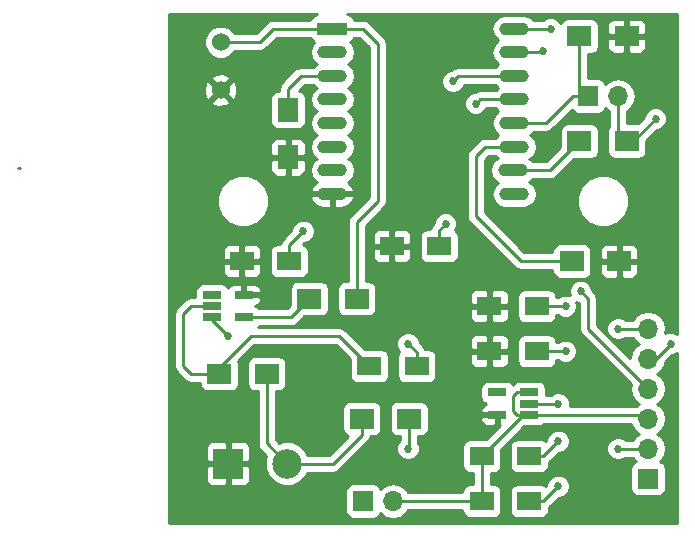
<source format=gbr>
G04 #@! TF.FileFunction,Copper,L1,Top,Signal*
%FSLAX46Y46*%
G04 Gerber Fmt 4.6, Leading zero omitted, Abs format (unit mm)*
G04 Created by KiCad (PCBNEW 4.0.5) date 2017 May 09, Tuesday 21:56:57*
%MOMM*%
%LPD*%
G01*
G04 APERTURE LIST*
%ADD10C,0.100000*%
%ADD11R,2.500000X1.100000*%
%ADD12O,2.500000X1.100000*%
%ADD13C,1.524000*%
%ADD14R,2.000000X1.600000*%
%ADD15R,2.500000X2.500000*%
%ADD16C,2.500000*%
%ADD17R,1.700000X1.700000*%
%ADD18O,1.700000X1.700000*%
%ADD19R,2.000000X1.700000*%
%ADD20R,1.700000X2.000000*%
%ADD21R,1.560000X0.650000*%
%ADD22C,0.685800*%
%ADD23C,0.250000*%
%ADD24C,0.254000*%
G04 APERTURE END LIST*
D10*
D11*
X166940000Y-85725000D03*
D12*
X166940000Y-87725000D03*
X166940000Y-89725000D03*
X166940000Y-91725000D03*
X166940000Y-93725000D03*
X166940000Y-95725000D03*
X166940000Y-97725000D03*
X166940000Y-99725000D03*
X182340000Y-99725000D03*
X182240000Y-97725000D03*
X182340000Y-95725000D03*
X182340000Y-93725000D03*
X182340000Y-91725000D03*
X182340000Y-89725000D03*
X182340000Y-87725000D03*
X182340000Y-85725000D03*
D13*
X157480000Y-86868000D03*
X157480000Y-90932000D03*
D14*
X170085000Y-114300000D03*
X174085000Y-114300000D03*
X163290000Y-105410000D03*
X159290000Y-105410000D03*
D15*
X158115000Y-122555000D03*
D16*
X163115000Y-122555000D03*
D17*
X169545000Y-125730000D03*
D18*
X172085000Y-125730000D03*
D17*
X193675000Y-123825000D03*
D18*
X193675000Y-121285000D03*
X193675000Y-118745000D03*
X193675000Y-116205000D03*
X193675000Y-113665000D03*
X193675000Y-111125000D03*
D19*
X173450000Y-118745000D03*
X169450000Y-118745000D03*
X157385000Y-114935000D03*
X161385000Y-114935000D03*
D20*
X163195000Y-92615000D03*
X163195000Y-96615000D03*
D19*
X169005000Y-108585000D03*
X165005000Y-108585000D03*
X187865000Y-95250000D03*
X191865000Y-95250000D03*
X191230000Y-105410000D03*
X187230000Y-105410000D03*
X191865000Y-86360000D03*
X187865000Y-86360000D03*
D21*
X156765000Y-108270000D03*
X156765000Y-109220000D03*
X156765000Y-110170000D03*
X159465000Y-110170000D03*
X159465000Y-108270000D03*
X183595000Y-118425000D03*
X183595000Y-117475000D03*
X183595000Y-116525000D03*
X180895000Y-116525000D03*
X180895000Y-118425000D03*
D14*
X180245000Y-113030000D03*
X184245000Y-113030000D03*
X183610000Y-125730000D03*
X179610000Y-125730000D03*
X175990000Y-104140000D03*
X171990000Y-104140000D03*
X180245000Y-109220000D03*
X184245000Y-109220000D03*
X183610000Y-121920000D03*
X179610000Y-121920000D03*
D17*
X188595000Y-91440000D03*
D18*
X191135000Y-91440000D03*
D22*
X194310000Y-93345000D03*
X164465000Y-102870000D03*
X186055000Y-120650000D03*
X186055000Y-124460000D03*
X173355000Y-112395000D03*
X176530000Y-102235000D03*
X173355000Y-121285000D03*
X186055000Y-117475000D03*
X186690000Y-109220000D03*
X186690000Y-113030000D03*
X158115000Y-111760000D03*
X187960000Y-107950000D03*
X184785000Y-87630000D03*
X195580000Y-112395000D03*
X185420000Y-85725000D03*
X191135000Y-121285000D03*
X177165000Y-90170000D03*
X191135000Y-111125000D03*
X179070000Y-92075000D03*
D23*
X140462000Y-97536000D02*
X140335000Y-97536000D01*
D24*
X156765000Y-109220000D02*
X154940000Y-109220000D01*
X154940000Y-114935000D02*
X157385000Y-114935000D01*
X154305000Y-114300000D02*
X154940000Y-114935000D01*
X154305000Y-109855000D02*
X154305000Y-114300000D01*
X154940000Y-109220000D02*
X154305000Y-109855000D01*
X157385000Y-114300000D02*
X157480000Y-114300000D01*
X157480000Y-114300000D02*
X160020000Y-111760000D01*
X167545000Y-111760000D02*
X170085000Y-114300000D01*
X160020000Y-111760000D02*
X167545000Y-111760000D01*
X191865000Y-95250000D02*
X192405000Y-95250000D01*
X192405000Y-95250000D02*
X194310000Y-93345000D01*
X163290000Y-105410000D02*
X163290000Y-104045000D01*
X163290000Y-104045000D02*
X164465000Y-102870000D01*
X183610000Y-121920000D02*
X184785000Y-121920000D01*
X184785000Y-121920000D02*
X186055000Y-120650000D01*
X183610000Y-125730000D02*
X184785000Y-125730000D01*
X184785000Y-125730000D02*
X186055000Y-124460000D01*
X191865000Y-95885000D02*
X191865000Y-95790000D01*
X191135000Y-91440000D02*
X191135000Y-95155000D01*
X191135000Y-95155000D02*
X191865000Y-95885000D01*
X174085000Y-114300000D02*
X174085000Y-113125000D01*
X174085000Y-113125000D02*
X173355000Y-112395000D01*
X175990000Y-104140000D02*
X175990000Y-102775000D01*
X175990000Y-102775000D02*
X176530000Y-102235000D01*
X173450000Y-118745000D02*
X173450000Y-121190000D01*
X173450000Y-121190000D02*
X173355000Y-121285000D01*
X183595000Y-117475000D02*
X186055000Y-117475000D01*
X184245000Y-109220000D02*
X186690000Y-109220000D01*
X184245000Y-113030000D02*
X186690000Y-113030000D01*
X156765000Y-110170000D02*
X156765000Y-110410000D01*
X156765000Y-110410000D02*
X158115000Y-111760000D01*
X161385000Y-114935000D02*
X161385000Y-120825000D01*
X161385000Y-120825000D02*
X163115000Y-122555000D01*
X169450000Y-118745000D02*
X169450000Y-120110000D01*
X167005000Y-122555000D02*
X163115000Y-122555000D01*
X169450000Y-120110000D02*
X167005000Y-122555000D01*
X183595000Y-118425000D02*
X193355000Y-118425000D01*
X193355000Y-118425000D02*
X193675000Y-118745000D01*
X183595000Y-116525000D02*
X182560000Y-116525000D01*
X182560000Y-118425000D02*
X183595000Y-118425000D01*
X182245000Y-118110000D02*
X182560000Y-118425000D01*
X182245000Y-116840000D02*
X182245000Y-118110000D01*
X182560000Y-116525000D02*
X182245000Y-116840000D01*
X183595000Y-118425000D02*
X183105000Y-118425000D01*
X183105000Y-118425000D02*
X179610000Y-121920000D01*
X172085000Y-125730000D02*
X179610000Y-125730000D01*
X179610000Y-121920000D02*
X179610000Y-125730000D01*
X193595000Y-118825000D02*
X193675000Y-118745000D01*
X181640000Y-87725000D02*
X184690000Y-87725000D01*
X188595000Y-111125000D02*
X193675000Y-116205000D01*
X188595000Y-108585000D02*
X188595000Y-111125000D01*
X187960000Y-107950000D02*
X188595000Y-108585000D01*
X184690000Y-87725000D02*
X184785000Y-87630000D01*
X181640000Y-85725000D02*
X185420000Y-85725000D01*
X195580000Y-112395000D02*
X194310000Y-113665000D01*
X194310000Y-113665000D02*
X193675000Y-113665000D01*
X163195000Y-92615000D02*
X163195000Y-90805000D01*
X164275000Y-89725000D02*
X167640000Y-89725000D01*
X163195000Y-90805000D02*
X164275000Y-89725000D01*
X167640000Y-85725000D02*
X169545000Y-85725000D01*
X169005000Y-102140000D02*
X169005000Y-108585000D01*
X170815000Y-100330000D02*
X169005000Y-102140000D01*
X170815000Y-86995000D02*
X170815000Y-100330000D01*
X169545000Y-85725000D02*
X170815000Y-86995000D01*
X157480000Y-86868000D02*
X160782000Y-86868000D01*
X161925000Y-85725000D02*
X167640000Y-85725000D01*
X160782000Y-86868000D02*
X161925000Y-85725000D01*
X181640000Y-89725000D02*
X177610000Y-89725000D01*
X191135000Y-121285000D02*
X193675000Y-121285000D01*
X177610000Y-89725000D02*
X177165000Y-90170000D01*
X181640000Y-91725000D02*
X179420000Y-91725000D01*
X191135000Y-111125000D02*
X193675000Y-111125000D01*
X179420000Y-91725000D02*
X179070000Y-92075000D01*
X187865000Y-86360000D02*
X187865000Y-90710000D01*
X187865000Y-90710000D02*
X188595000Y-91440000D01*
X188595000Y-91440000D02*
X187325000Y-91440000D01*
X185040000Y-93725000D02*
X181640000Y-93725000D01*
X187325000Y-91440000D02*
X185040000Y-93725000D01*
X159465000Y-110170000D02*
X163420000Y-110170000D01*
X163420000Y-110170000D02*
X165005000Y-108585000D01*
X181640000Y-97725000D02*
X185355000Y-97725000D01*
X185355000Y-97725000D02*
X187830000Y-95250000D01*
X187830000Y-95250000D02*
X187865000Y-95250000D01*
X181640000Y-95725000D02*
X179865000Y-95725000D01*
X182880000Y-105410000D02*
X187230000Y-105410000D01*
X179070000Y-101600000D02*
X182880000Y-105410000D01*
X179070000Y-96520000D02*
X179070000Y-101600000D01*
X179865000Y-95725000D02*
X179070000Y-96520000D01*
G36*
X165454683Y-84571838D02*
X165238559Y-84710910D01*
X165093569Y-84923110D01*
X165085491Y-84963000D01*
X161925000Y-84963000D01*
X161633395Y-85021004D01*
X161386185Y-85186185D01*
X160466370Y-86106000D01*
X158676705Y-86106000D01*
X158665010Y-86077697D01*
X158272370Y-85684371D01*
X157759100Y-85471243D01*
X157203339Y-85470758D01*
X156689697Y-85682990D01*
X156296371Y-86075630D01*
X156083243Y-86588900D01*
X156082758Y-87144661D01*
X156294990Y-87658303D01*
X156687630Y-88051629D01*
X157200900Y-88264757D01*
X157756661Y-88265242D01*
X158270303Y-88053010D01*
X158663629Y-87660370D01*
X158676240Y-87630000D01*
X160782000Y-87630000D01*
X161073605Y-87571996D01*
X161320815Y-87406815D01*
X162240630Y-86487000D01*
X165082451Y-86487000D01*
X165086838Y-86510317D01*
X165225910Y-86726441D01*
X165413615Y-86854694D01*
X165365149Y-86887078D01*
X165108274Y-87271520D01*
X165018071Y-87725000D01*
X165108274Y-88178480D01*
X165365149Y-88562922D01*
X165607717Y-88725000D01*
X165365149Y-88887078D01*
X165314420Y-88963000D01*
X164275000Y-88963000D01*
X163983395Y-89021004D01*
X163884377Y-89087166D01*
X163736185Y-89186184D01*
X162656185Y-90266185D01*
X162491004Y-90513395D01*
X162433000Y-90805000D01*
X162433000Y-90967560D01*
X162345000Y-90967560D01*
X162109683Y-91011838D01*
X161893559Y-91150910D01*
X161748569Y-91363110D01*
X161697560Y-91615000D01*
X161697560Y-93615000D01*
X161741838Y-93850317D01*
X161880910Y-94066441D01*
X162093110Y-94211431D01*
X162345000Y-94262440D01*
X164045000Y-94262440D01*
X164280317Y-94218162D01*
X164496441Y-94079090D01*
X164641431Y-93866890D01*
X164692440Y-93615000D01*
X164692440Y-91615000D01*
X164648162Y-91379683D01*
X164509090Y-91163559D01*
X164296890Y-91018569D01*
X164099112Y-90978518D01*
X164590631Y-90487000D01*
X165314420Y-90487000D01*
X165365149Y-90562922D01*
X165607717Y-90725000D01*
X165365149Y-90887078D01*
X165108274Y-91271520D01*
X165018071Y-91725000D01*
X165108274Y-92178480D01*
X165365149Y-92562922D01*
X165607717Y-92725000D01*
X165365149Y-92887078D01*
X165108274Y-93271520D01*
X165018071Y-93725000D01*
X165108274Y-94178480D01*
X165365149Y-94562922D01*
X165607717Y-94725000D01*
X165365149Y-94887078D01*
X165108274Y-95271520D01*
X165018071Y-95725000D01*
X165108274Y-96178480D01*
X165365149Y-96562922D01*
X165607717Y-96725000D01*
X165365149Y-96887078D01*
X165108274Y-97271520D01*
X165018071Y-97725000D01*
X165108274Y-98178480D01*
X165365149Y-98562922D01*
X165611137Y-98727285D01*
X165312276Y-98976882D01*
X165096602Y-99388854D01*
X165096197Y-99415256D01*
X165221639Y-99598000D01*
X166813000Y-99598000D01*
X166813000Y-99578000D01*
X167067000Y-99578000D01*
X167067000Y-99598000D01*
X168658361Y-99598000D01*
X168783803Y-99415256D01*
X168783398Y-99388854D01*
X168567724Y-98976882D01*
X168268863Y-98727285D01*
X168514851Y-98562922D01*
X168771726Y-98178480D01*
X168861929Y-97725000D01*
X168771726Y-97271520D01*
X168514851Y-96887078D01*
X168272283Y-96725000D01*
X168514851Y-96562922D01*
X168771726Y-96178480D01*
X168861929Y-95725000D01*
X168771726Y-95271520D01*
X168514851Y-94887078D01*
X168272283Y-94725000D01*
X168514851Y-94562922D01*
X168771726Y-94178480D01*
X168861929Y-93725000D01*
X168771726Y-93271520D01*
X168514851Y-92887078D01*
X168272283Y-92725000D01*
X168514851Y-92562922D01*
X168771726Y-92178480D01*
X168861929Y-91725000D01*
X168771726Y-91271520D01*
X168514851Y-90887078D01*
X168272283Y-90725000D01*
X168514851Y-90562922D01*
X168771726Y-90178480D01*
X168861929Y-89725000D01*
X168771726Y-89271520D01*
X168514851Y-88887078D01*
X168272283Y-88725000D01*
X168514851Y-88562922D01*
X168771726Y-88178480D01*
X168861929Y-87725000D01*
X168771726Y-87271520D01*
X168514851Y-86887078D01*
X168464129Y-86853187D01*
X168641441Y-86739090D01*
X168786431Y-86526890D01*
X168794509Y-86487000D01*
X169229370Y-86487000D01*
X170053000Y-87310631D01*
X170053000Y-100014369D01*
X168466185Y-101601185D01*
X168301004Y-101848395D01*
X168243000Y-102140000D01*
X168243000Y-107087560D01*
X168005000Y-107087560D01*
X167769683Y-107131838D01*
X167553559Y-107270910D01*
X167408569Y-107483110D01*
X167357560Y-107735000D01*
X167357560Y-109435000D01*
X167401838Y-109670317D01*
X167540910Y-109886441D01*
X167753110Y-110031431D01*
X168005000Y-110082440D01*
X170005000Y-110082440D01*
X170240317Y-110038162D01*
X170456441Y-109899090D01*
X170601431Y-109686890D01*
X170638112Y-109505750D01*
X178610000Y-109505750D01*
X178610000Y-110146310D01*
X178706673Y-110379699D01*
X178885302Y-110558327D01*
X179118691Y-110655000D01*
X179959250Y-110655000D01*
X180118000Y-110496250D01*
X180118000Y-109347000D01*
X180372000Y-109347000D01*
X180372000Y-110496250D01*
X180530750Y-110655000D01*
X181371309Y-110655000D01*
X181604698Y-110558327D01*
X181783327Y-110379699D01*
X181880000Y-110146310D01*
X181880000Y-109505750D01*
X181721250Y-109347000D01*
X180372000Y-109347000D01*
X180118000Y-109347000D01*
X178768750Y-109347000D01*
X178610000Y-109505750D01*
X170638112Y-109505750D01*
X170652440Y-109435000D01*
X170652440Y-108293690D01*
X178610000Y-108293690D01*
X178610000Y-108934250D01*
X178768750Y-109093000D01*
X180118000Y-109093000D01*
X180118000Y-107943750D01*
X180372000Y-107943750D01*
X180372000Y-109093000D01*
X181721250Y-109093000D01*
X181880000Y-108934250D01*
X181880000Y-108293690D01*
X181783327Y-108060301D01*
X181604698Y-107881673D01*
X181371309Y-107785000D01*
X180530750Y-107785000D01*
X180372000Y-107943750D01*
X180118000Y-107943750D01*
X179959250Y-107785000D01*
X179118691Y-107785000D01*
X178885302Y-107881673D01*
X178706673Y-108060301D01*
X178610000Y-108293690D01*
X170652440Y-108293690D01*
X170652440Y-107735000D01*
X170608162Y-107499683D01*
X170469090Y-107283559D01*
X170256890Y-107138569D01*
X170005000Y-107087560D01*
X169767000Y-107087560D01*
X169767000Y-104425750D01*
X170355000Y-104425750D01*
X170355000Y-105066310D01*
X170451673Y-105299699D01*
X170630302Y-105478327D01*
X170863691Y-105575000D01*
X171704250Y-105575000D01*
X171863000Y-105416250D01*
X171863000Y-104267000D01*
X172117000Y-104267000D01*
X172117000Y-105416250D01*
X172275750Y-105575000D01*
X173116309Y-105575000D01*
X173349698Y-105478327D01*
X173528327Y-105299699D01*
X173625000Y-105066310D01*
X173625000Y-104425750D01*
X173466250Y-104267000D01*
X172117000Y-104267000D01*
X171863000Y-104267000D01*
X170513750Y-104267000D01*
X170355000Y-104425750D01*
X169767000Y-104425750D01*
X169767000Y-103213690D01*
X170355000Y-103213690D01*
X170355000Y-103854250D01*
X170513750Y-104013000D01*
X171863000Y-104013000D01*
X171863000Y-102863750D01*
X172117000Y-102863750D01*
X172117000Y-104013000D01*
X173466250Y-104013000D01*
X173625000Y-103854250D01*
X173625000Y-103340000D01*
X174342560Y-103340000D01*
X174342560Y-104940000D01*
X174386838Y-105175317D01*
X174525910Y-105391441D01*
X174738110Y-105536431D01*
X174990000Y-105587440D01*
X176990000Y-105587440D01*
X177225317Y-105543162D01*
X177441441Y-105404090D01*
X177586431Y-105191890D01*
X177637440Y-104940000D01*
X177637440Y-103340000D01*
X177593162Y-103104683D01*
X177454090Y-102888559D01*
X177338550Y-102809614D01*
X177358540Y-102789659D01*
X177507730Y-102430370D01*
X177508069Y-102041337D01*
X177359507Y-101681788D01*
X177084659Y-101406460D01*
X176725370Y-101257270D01*
X176336337Y-101256931D01*
X175976788Y-101405493D01*
X175701460Y-101680341D01*
X175552270Y-102039630D01*
X175552187Y-102135183D01*
X175451185Y-102236185D01*
X175286004Y-102483395D01*
X175244398Y-102692560D01*
X174990000Y-102692560D01*
X174754683Y-102736838D01*
X174538559Y-102875910D01*
X174393569Y-103088110D01*
X174342560Y-103340000D01*
X173625000Y-103340000D01*
X173625000Y-103213690D01*
X173528327Y-102980301D01*
X173349698Y-102801673D01*
X173116309Y-102705000D01*
X172275750Y-102705000D01*
X172117000Y-102863750D01*
X171863000Y-102863750D01*
X171704250Y-102705000D01*
X170863691Y-102705000D01*
X170630302Y-102801673D01*
X170451673Y-102980301D01*
X170355000Y-103213690D01*
X169767000Y-103213690D01*
X169767000Y-102455630D01*
X171353816Y-100868815D01*
X171518997Y-100621604D01*
X171577000Y-100330000D01*
X171577000Y-90363663D01*
X176186931Y-90363663D01*
X176335493Y-90723212D01*
X176610341Y-90998540D01*
X176969630Y-91147730D01*
X177358663Y-91148069D01*
X177718212Y-90999507D01*
X177993540Y-90724659D01*
X178092225Y-90487000D01*
X180714420Y-90487000D01*
X180765149Y-90562922D01*
X181007717Y-90725000D01*
X180765149Y-90887078D01*
X180714420Y-90963000D01*
X179420000Y-90963000D01*
X179128395Y-91021004D01*
X179029377Y-91087166D01*
X179014582Y-91097051D01*
X178876337Y-91096931D01*
X178516788Y-91245493D01*
X178241460Y-91520341D01*
X178092270Y-91879630D01*
X178091931Y-92268663D01*
X178240493Y-92628212D01*
X178515341Y-92903540D01*
X178874630Y-93052730D01*
X179263663Y-93053069D01*
X179623212Y-92904507D01*
X179898540Y-92629659D01*
X179957777Y-92487000D01*
X180714420Y-92487000D01*
X180765149Y-92562922D01*
X181007717Y-92725000D01*
X180765149Y-92887078D01*
X180508274Y-93271520D01*
X180418071Y-93725000D01*
X180508274Y-94178480D01*
X180765149Y-94562922D01*
X181007717Y-94725000D01*
X180765149Y-94887078D01*
X180714420Y-94963000D01*
X179865000Y-94963000D01*
X179573395Y-95021004D01*
X179490081Y-95076673D01*
X179326185Y-95186184D01*
X178531185Y-95981185D01*
X178366004Y-96228395D01*
X178308000Y-96520000D01*
X178308000Y-101600000D01*
X178366004Y-101891605D01*
X178485875Y-102071004D01*
X178531185Y-102138815D01*
X182341185Y-105948816D01*
X182489377Y-106047834D01*
X182588395Y-106113996D01*
X182880000Y-106172000D01*
X185582560Y-106172000D01*
X185582560Y-106260000D01*
X185626838Y-106495317D01*
X185765910Y-106711441D01*
X185978110Y-106856431D01*
X186230000Y-106907440D01*
X188230000Y-106907440D01*
X188465317Y-106863162D01*
X188681441Y-106724090D01*
X188826431Y-106511890D01*
X188877440Y-106260000D01*
X188877440Y-105695750D01*
X189595000Y-105695750D01*
X189595000Y-106386310D01*
X189691673Y-106619699D01*
X189870302Y-106798327D01*
X190103691Y-106895000D01*
X190944250Y-106895000D01*
X191103000Y-106736250D01*
X191103000Y-105537000D01*
X191357000Y-105537000D01*
X191357000Y-106736250D01*
X191515750Y-106895000D01*
X192356309Y-106895000D01*
X192589698Y-106798327D01*
X192768327Y-106619699D01*
X192865000Y-106386310D01*
X192865000Y-105695750D01*
X192706250Y-105537000D01*
X191357000Y-105537000D01*
X191103000Y-105537000D01*
X189753750Y-105537000D01*
X189595000Y-105695750D01*
X188877440Y-105695750D01*
X188877440Y-104560000D01*
X188853674Y-104433690D01*
X189595000Y-104433690D01*
X189595000Y-105124250D01*
X189753750Y-105283000D01*
X191103000Y-105283000D01*
X191103000Y-104083750D01*
X191357000Y-104083750D01*
X191357000Y-105283000D01*
X192706250Y-105283000D01*
X192865000Y-105124250D01*
X192865000Y-104433690D01*
X192768327Y-104200301D01*
X192589698Y-104021673D01*
X192356309Y-103925000D01*
X191515750Y-103925000D01*
X191357000Y-104083750D01*
X191103000Y-104083750D01*
X190944250Y-103925000D01*
X190103691Y-103925000D01*
X189870302Y-104021673D01*
X189691673Y-104200301D01*
X189595000Y-104433690D01*
X188853674Y-104433690D01*
X188833162Y-104324683D01*
X188694090Y-104108559D01*
X188481890Y-103963569D01*
X188230000Y-103912560D01*
X186230000Y-103912560D01*
X185994683Y-103956838D01*
X185778559Y-104095910D01*
X185633569Y-104308110D01*
X185582560Y-104560000D01*
X185582560Y-104648000D01*
X183195631Y-104648000D01*
X179832000Y-101284370D01*
X179832000Y-96835630D01*
X180180631Y-96487000D01*
X180714420Y-96487000D01*
X180765149Y-96562922D01*
X180957717Y-96691591D01*
X180665149Y-96887078D01*
X180408274Y-97271520D01*
X180318071Y-97725000D01*
X180408274Y-98178480D01*
X180665149Y-98562922D01*
X180957717Y-98758409D01*
X180765149Y-98887078D01*
X180508274Y-99271520D01*
X180418071Y-99725000D01*
X180508274Y-100178480D01*
X180765149Y-100562922D01*
X181149591Y-100819797D01*
X181603071Y-100910000D01*
X183076929Y-100910000D01*
X183530409Y-100819797D01*
X183601016Y-100772619D01*
X187629613Y-100772619D01*
X187969155Y-101594372D01*
X188597321Y-102223636D01*
X189418481Y-102564611D01*
X190307619Y-102565387D01*
X191129372Y-102225845D01*
X191758636Y-101597679D01*
X192099611Y-100776519D01*
X192100387Y-99887381D01*
X191760845Y-99065628D01*
X191132679Y-98436364D01*
X190311519Y-98095389D01*
X189422381Y-98094613D01*
X188600628Y-98434155D01*
X187971364Y-99062321D01*
X187630389Y-99883481D01*
X187629613Y-100772619D01*
X183601016Y-100772619D01*
X183914851Y-100562922D01*
X184171726Y-100178480D01*
X184261929Y-99725000D01*
X184171726Y-99271520D01*
X183914851Y-98887078D01*
X183622283Y-98691591D01*
X183814851Y-98562922D01*
X183865580Y-98487000D01*
X185355000Y-98487000D01*
X185646605Y-98428996D01*
X185893815Y-98263815D01*
X187410191Y-96747440D01*
X188865000Y-96747440D01*
X189100317Y-96703162D01*
X189316441Y-96564090D01*
X189461431Y-96351890D01*
X189512440Y-96100000D01*
X189512440Y-94400000D01*
X189468162Y-94164683D01*
X189329090Y-93948559D01*
X189116890Y-93803569D01*
X188865000Y-93752560D01*
X186865000Y-93752560D01*
X186629683Y-93796838D01*
X186413559Y-93935910D01*
X186268569Y-94148110D01*
X186217560Y-94400000D01*
X186217560Y-95784809D01*
X185039370Y-96963000D01*
X183865580Y-96963000D01*
X183814851Y-96887078D01*
X183622283Y-96758409D01*
X183914851Y-96562922D01*
X184171726Y-96178480D01*
X184261929Y-95725000D01*
X184171726Y-95271520D01*
X183914851Y-94887078D01*
X183672283Y-94725000D01*
X183914851Y-94562922D01*
X183965580Y-94487000D01*
X185040000Y-94487000D01*
X185331605Y-94428996D01*
X185578815Y-94263815D01*
X187210543Y-92632087D01*
X187280910Y-92741441D01*
X187493110Y-92886431D01*
X187745000Y-92937440D01*
X189445000Y-92937440D01*
X189680317Y-92893162D01*
X189896441Y-92754090D01*
X190041431Y-92541890D01*
X190055086Y-92474459D01*
X190084946Y-92519147D01*
X190373000Y-92711618D01*
X190373000Y-93995270D01*
X190268569Y-94148110D01*
X190217560Y-94400000D01*
X190217560Y-96100000D01*
X190261838Y-96335317D01*
X190400910Y-96551441D01*
X190613110Y-96696431D01*
X190865000Y-96747440D01*
X192865000Y-96747440D01*
X193100317Y-96703162D01*
X193316441Y-96564090D01*
X193461431Y-96351890D01*
X193512440Y-96100000D01*
X193512440Y-95220190D01*
X194409643Y-94322987D01*
X194503663Y-94323069D01*
X194863212Y-94174507D01*
X195138540Y-93899659D01*
X195287730Y-93540370D01*
X195288069Y-93151337D01*
X195139507Y-92791788D01*
X194864659Y-92516460D01*
X194505370Y-92367270D01*
X194116337Y-92366931D01*
X193756788Y-92515493D01*
X193481460Y-92790341D01*
X193332270Y-93149630D01*
X193332187Y-93245183D01*
X192824810Y-93752560D01*
X191897000Y-93752560D01*
X191897000Y-92711618D01*
X192185054Y-92519147D01*
X192506961Y-92037378D01*
X192620000Y-91469093D01*
X192620000Y-91410907D01*
X192506961Y-90842622D01*
X192185054Y-90360853D01*
X191703285Y-90038946D01*
X191135000Y-89925907D01*
X190566715Y-90038946D01*
X190084946Y-90360853D01*
X190057150Y-90402452D01*
X190048162Y-90354683D01*
X189909090Y-90138559D01*
X189696890Y-89993569D01*
X189445000Y-89942560D01*
X188627000Y-89942560D01*
X188627000Y-87857440D01*
X188865000Y-87857440D01*
X189100317Y-87813162D01*
X189316441Y-87674090D01*
X189461431Y-87461890D01*
X189512440Y-87210000D01*
X189512440Y-86645750D01*
X190230000Y-86645750D01*
X190230000Y-87336310D01*
X190326673Y-87569699D01*
X190505302Y-87748327D01*
X190738691Y-87845000D01*
X191579250Y-87845000D01*
X191738000Y-87686250D01*
X191738000Y-86487000D01*
X191992000Y-86487000D01*
X191992000Y-87686250D01*
X192150750Y-87845000D01*
X192991309Y-87845000D01*
X193224698Y-87748327D01*
X193403327Y-87569699D01*
X193500000Y-87336310D01*
X193500000Y-86645750D01*
X193341250Y-86487000D01*
X191992000Y-86487000D01*
X191738000Y-86487000D01*
X190388750Y-86487000D01*
X190230000Y-86645750D01*
X189512440Y-86645750D01*
X189512440Y-85510000D01*
X189488674Y-85383690D01*
X190230000Y-85383690D01*
X190230000Y-86074250D01*
X190388750Y-86233000D01*
X191738000Y-86233000D01*
X191738000Y-85033750D01*
X191992000Y-85033750D01*
X191992000Y-86233000D01*
X193341250Y-86233000D01*
X193500000Y-86074250D01*
X193500000Y-85383690D01*
X193403327Y-85150301D01*
X193224698Y-84971673D01*
X192991309Y-84875000D01*
X192150750Y-84875000D01*
X191992000Y-85033750D01*
X191738000Y-85033750D01*
X191579250Y-84875000D01*
X190738691Y-84875000D01*
X190505302Y-84971673D01*
X190326673Y-85150301D01*
X190230000Y-85383690D01*
X189488674Y-85383690D01*
X189468162Y-85274683D01*
X189329090Y-85058559D01*
X189116890Y-84913569D01*
X188865000Y-84862560D01*
X186865000Y-84862560D01*
X186629683Y-84906838D01*
X186413559Y-85045910D01*
X186278917Y-85242965D01*
X186249507Y-85171788D01*
X185974659Y-84896460D01*
X185615370Y-84747270D01*
X185226337Y-84746931D01*
X184866788Y-84895493D01*
X184799163Y-84963000D01*
X183965580Y-84963000D01*
X183914851Y-84887078D01*
X183530409Y-84630203D01*
X183076929Y-84540000D01*
X181603071Y-84540000D01*
X181149591Y-84630203D01*
X180765149Y-84887078D01*
X180508274Y-85271520D01*
X180418071Y-85725000D01*
X180508274Y-86178480D01*
X180765149Y-86562922D01*
X181007717Y-86725000D01*
X180765149Y-86887078D01*
X180508274Y-87271520D01*
X180418071Y-87725000D01*
X180508274Y-88178480D01*
X180765149Y-88562922D01*
X181007717Y-88725000D01*
X180765149Y-88887078D01*
X180714420Y-88963000D01*
X177610000Y-88963000D01*
X177318395Y-89021004D01*
X177071186Y-89186184D01*
X177065357Y-89192013D01*
X176971337Y-89191931D01*
X176611788Y-89340493D01*
X176336460Y-89615341D01*
X176187270Y-89974630D01*
X176186931Y-90363663D01*
X171577000Y-90363663D01*
X171577000Y-86995000D01*
X171518996Y-86703395D01*
X171470091Y-86630203D01*
X171353815Y-86456184D01*
X170083815Y-85186185D01*
X169836605Y-85021004D01*
X169545000Y-84963000D01*
X168797549Y-84963000D01*
X168793162Y-84939683D01*
X168654090Y-84723559D01*
X168441890Y-84578569D01*
X168202049Y-84530000D01*
X196140000Y-84530000D01*
X196140000Y-111571810D01*
X196134659Y-111566460D01*
X195775370Y-111417270D01*
X195386337Y-111416931D01*
X195108161Y-111531870D01*
X195189093Y-111125000D01*
X195076054Y-110556715D01*
X194754147Y-110074946D01*
X194272378Y-109753039D01*
X193704093Y-109640000D01*
X193645907Y-109640000D01*
X193077622Y-109753039D01*
X192595853Y-110074946D01*
X192403382Y-110363000D01*
X191756083Y-110363000D01*
X191689659Y-110296460D01*
X191330370Y-110147270D01*
X190941337Y-110146931D01*
X190581788Y-110295493D01*
X190306460Y-110570341D01*
X190157270Y-110929630D01*
X190156931Y-111318663D01*
X190305493Y-111678212D01*
X190580341Y-111953540D01*
X190939630Y-112102730D01*
X191328663Y-112103069D01*
X191688212Y-111954507D01*
X191755837Y-111887000D01*
X192403382Y-111887000D01*
X192595853Y-112175054D01*
X192925026Y-112395000D01*
X192595853Y-112614946D01*
X192273946Y-113096715D01*
X192169488Y-113621858D01*
X189357000Y-110809370D01*
X189357000Y-108585000D01*
X189298996Y-108293395D01*
X189198505Y-108143000D01*
X189133816Y-108046185D01*
X188937987Y-107850356D01*
X188938069Y-107756337D01*
X188789507Y-107396788D01*
X188514659Y-107121460D01*
X188155370Y-106972270D01*
X187766337Y-106971931D01*
X187406788Y-107120493D01*
X187131460Y-107395341D01*
X186982270Y-107754630D01*
X186981931Y-108143663D01*
X187051111Y-108311092D01*
X186885370Y-108242270D01*
X186496337Y-108241931D01*
X186136788Y-108390493D01*
X186069163Y-108458000D01*
X185892440Y-108458000D01*
X185892440Y-108420000D01*
X185848162Y-108184683D01*
X185709090Y-107968559D01*
X185496890Y-107823569D01*
X185245000Y-107772560D01*
X183245000Y-107772560D01*
X183009683Y-107816838D01*
X182793559Y-107955910D01*
X182648569Y-108168110D01*
X182597560Y-108420000D01*
X182597560Y-110020000D01*
X182641838Y-110255317D01*
X182780910Y-110471441D01*
X182993110Y-110616431D01*
X183245000Y-110667440D01*
X185245000Y-110667440D01*
X185480317Y-110623162D01*
X185696441Y-110484090D01*
X185841431Y-110271890D01*
X185892440Y-110020000D01*
X185892440Y-109982000D01*
X186068917Y-109982000D01*
X186135341Y-110048540D01*
X186494630Y-110197730D01*
X186883663Y-110198069D01*
X187243212Y-110049507D01*
X187518540Y-109774659D01*
X187667730Y-109415370D01*
X187668069Y-109026337D01*
X187598889Y-108858908D01*
X187764630Y-108927730D01*
X187833000Y-108927790D01*
X187833000Y-111125000D01*
X187891004Y-111416605D01*
X188001892Y-111582560D01*
X188056185Y-111663815D01*
X192233321Y-115840951D01*
X192160907Y-116205000D01*
X192273946Y-116773285D01*
X192595853Y-117255054D01*
X192925026Y-117475000D01*
X192643664Y-117663000D01*
X187032736Y-117663000D01*
X187033069Y-117281337D01*
X186884507Y-116921788D01*
X186609659Y-116646460D01*
X186250370Y-116497270D01*
X185861337Y-116496931D01*
X185501788Y-116645493D01*
X185434163Y-116713000D01*
X185022440Y-116713000D01*
X185022440Y-116200000D01*
X184978162Y-115964683D01*
X184839090Y-115748559D01*
X184626890Y-115603569D01*
X184375000Y-115552560D01*
X182815000Y-115552560D01*
X182579683Y-115596838D01*
X182363559Y-115735910D01*
X182311240Y-115812482D01*
X182268395Y-115821004D01*
X182210570Y-115859642D01*
X182139090Y-115748559D01*
X181926890Y-115603569D01*
X181675000Y-115552560D01*
X180115000Y-115552560D01*
X179879683Y-115596838D01*
X179663559Y-115735910D01*
X179518569Y-115948110D01*
X179467560Y-116200000D01*
X179467560Y-116850000D01*
X179511838Y-117085317D01*
X179650910Y-117301441D01*
X179863110Y-117446431D01*
X179977565Y-117469609D01*
X179755302Y-117561673D01*
X179576673Y-117740301D01*
X179480000Y-117973690D01*
X179480000Y-118139250D01*
X179638750Y-118298000D01*
X180768000Y-118298000D01*
X180768000Y-118278000D01*
X181022000Y-118278000D01*
X181022000Y-118298000D01*
X181042000Y-118298000D01*
X181042000Y-118552000D01*
X181022000Y-118552000D01*
X181022000Y-119226250D01*
X181124060Y-119328310D01*
X179979810Y-120472560D01*
X178610000Y-120472560D01*
X178374683Y-120516838D01*
X178158559Y-120655910D01*
X178013569Y-120868110D01*
X177962560Y-121120000D01*
X177962560Y-122720000D01*
X178006838Y-122955317D01*
X178145910Y-123171441D01*
X178358110Y-123316431D01*
X178610000Y-123367440D01*
X178848000Y-123367440D01*
X178848000Y-124282560D01*
X178610000Y-124282560D01*
X178374683Y-124326838D01*
X178158559Y-124465910D01*
X178013569Y-124678110D01*
X177962560Y-124930000D01*
X177962560Y-124968000D01*
X173346964Y-124968000D01*
X173135054Y-124650853D01*
X172653285Y-124328946D01*
X172085000Y-124215907D01*
X171516715Y-124328946D01*
X171034946Y-124650853D01*
X171007150Y-124692452D01*
X170998162Y-124644683D01*
X170859090Y-124428559D01*
X170646890Y-124283569D01*
X170395000Y-124232560D01*
X168695000Y-124232560D01*
X168459683Y-124276838D01*
X168243559Y-124415910D01*
X168098569Y-124628110D01*
X168047560Y-124880000D01*
X168047560Y-126580000D01*
X168091838Y-126815317D01*
X168230910Y-127031441D01*
X168443110Y-127176431D01*
X168695000Y-127227440D01*
X170395000Y-127227440D01*
X170630317Y-127183162D01*
X170846441Y-127044090D01*
X170991431Y-126831890D01*
X171005086Y-126764459D01*
X171034946Y-126809147D01*
X171516715Y-127131054D01*
X172085000Y-127244093D01*
X172653285Y-127131054D01*
X173135054Y-126809147D01*
X173346964Y-126492000D01*
X177962560Y-126492000D01*
X177962560Y-126530000D01*
X178006838Y-126765317D01*
X178145910Y-126981441D01*
X178358110Y-127126431D01*
X178610000Y-127177440D01*
X180610000Y-127177440D01*
X180845317Y-127133162D01*
X181061441Y-126994090D01*
X181206431Y-126781890D01*
X181257440Y-126530000D01*
X181257440Y-124930000D01*
X181962560Y-124930000D01*
X181962560Y-126530000D01*
X182006838Y-126765317D01*
X182145910Y-126981441D01*
X182358110Y-127126431D01*
X182610000Y-127177440D01*
X184610000Y-127177440D01*
X184845317Y-127133162D01*
X185061441Y-126994090D01*
X185206431Y-126781890D01*
X185257440Y-126530000D01*
X185257440Y-126313166D01*
X185323815Y-126268815D01*
X186154644Y-125437987D01*
X186248663Y-125438069D01*
X186608212Y-125289507D01*
X186883540Y-125014659D01*
X187032730Y-124655370D01*
X187033069Y-124266337D01*
X186884507Y-123906788D01*
X186609659Y-123631460D01*
X186250370Y-123482270D01*
X185861337Y-123481931D01*
X185501788Y-123630493D01*
X185226460Y-123905341D01*
X185077270Y-124264630D01*
X185077187Y-124360183D01*
X185005605Y-124431765D01*
X184861890Y-124333569D01*
X184610000Y-124282560D01*
X182610000Y-124282560D01*
X182374683Y-124326838D01*
X182158559Y-124465910D01*
X182013569Y-124678110D01*
X181962560Y-124930000D01*
X181257440Y-124930000D01*
X181213162Y-124694683D01*
X181074090Y-124478559D01*
X180861890Y-124333569D01*
X180610000Y-124282560D01*
X180372000Y-124282560D01*
X180372000Y-123367440D01*
X180610000Y-123367440D01*
X180845317Y-123323162D01*
X181061441Y-123184090D01*
X181206431Y-122971890D01*
X181257440Y-122720000D01*
X181257440Y-121350190D01*
X181487630Y-121120000D01*
X181962560Y-121120000D01*
X181962560Y-122720000D01*
X182006838Y-122955317D01*
X182145910Y-123171441D01*
X182358110Y-123316431D01*
X182610000Y-123367440D01*
X184610000Y-123367440D01*
X184845317Y-123323162D01*
X185061441Y-123184090D01*
X185206431Y-122971890D01*
X185257440Y-122720000D01*
X185257440Y-122503166D01*
X185323815Y-122458815D01*
X186154644Y-121627987D01*
X186248663Y-121628069D01*
X186608212Y-121479507D01*
X186883540Y-121204659D01*
X187032730Y-120845370D01*
X187033069Y-120456337D01*
X186884507Y-120096788D01*
X186609659Y-119821460D01*
X186250370Y-119672270D01*
X185861337Y-119671931D01*
X185501788Y-119820493D01*
X185226460Y-120095341D01*
X185077270Y-120454630D01*
X185077187Y-120550183D01*
X185005605Y-120621765D01*
X184861890Y-120523569D01*
X184610000Y-120472560D01*
X182610000Y-120472560D01*
X182374683Y-120516838D01*
X182158559Y-120655910D01*
X182013569Y-120868110D01*
X181962560Y-121120000D01*
X181487630Y-121120000D01*
X183210191Y-119397440D01*
X184375000Y-119397440D01*
X184610317Y-119353162D01*
X184826441Y-119214090D01*
X184844951Y-119187000D01*
X192248826Y-119187000D01*
X192273946Y-119313285D01*
X192595853Y-119795054D01*
X192925026Y-120015000D01*
X192595853Y-120234946D01*
X192403382Y-120523000D01*
X191756083Y-120523000D01*
X191689659Y-120456460D01*
X191330370Y-120307270D01*
X190941337Y-120306931D01*
X190581788Y-120455493D01*
X190306460Y-120730341D01*
X190157270Y-121089630D01*
X190156931Y-121478663D01*
X190305493Y-121838212D01*
X190580341Y-122113540D01*
X190939630Y-122262730D01*
X191328663Y-122263069D01*
X191688212Y-122114507D01*
X191755837Y-122047000D01*
X192403382Y-122047000D01*
X192595853Y-122335054D01*
X192637452Y-122362850D01*
X192589683Y-122371838D01*
X192373559Y-122510910D01*
X192228569Y-122723110D01*
X192177560Y-122975000D01*
X192177560Y-124675000D01*
X192221838Y-124910317D01*
X192360910Y-125126441D01*
X192573110Y-125271431D01*
X192825000Y-125322440D01*
X194525000Y-125322440D01*
X194760317Y-125278162D01*
X194976441Y-125139090D01*
X195121431Y-124926890D01*
X195172440Y-124675000D01*
X195172440Y-122975000D01*
X195128162Y-122739683D01*
X194989090Y-122523559D01*
X194776890Y-122378569D01*
X194709459Y-122364914D01*
X194754147Y-122335054D01*
X195076054Y-121853285D01*
X195189093Y-121285000D01*
X195076054Y-120716715D01*
X194754147Y-120234946D01*
X194424974Y-120015000D01*
X194754147Y-119795054D01*
X195076054Y-119313285D01*
X195189093Y-118745000D01*
X195076054Y-118176715D01*
X194754147Y-117694946D01*
X194424974Y-117475000D01*
X194754147Y-117255054D01*
X195076054Y-116773285D01*
X195189093Y-116205000D01*
X195076054Y-115636715D01*
X194754147Y-115154946D01*
X194424974Y-114935000D01*
X194754147Y-114715054D01*
X195076054Y-114233285D01*
X195139796Y-113912835D01*
X195679644Y-113372987D01*
X195773663Y-113373069D01*
X196133212Y-113224507D01*
X196140000Y-113217731D01*
X196140000Y-127560000D01*
X153110000Y-127560000D01*
X153110000Y-122840750D01*
X156230000Y-122840750D01*
X156230000Y-123931310D01*
X156326673Y-124164699D01*
X156505302Y-124343327D01*
X156738691Y-124440000D01*
X157829250Y-124440000D01*
X157988000Y-124281250D01*
X157988000Y-122682000D01*
X158242000Y-122682000D01*
X158242000Y-124281250D01*
X158400750Y-124440000D01*
X159491309Y-124440000D01*
X159724698Y-124343327D01*
X159903327Y-124164699D01*
X160000000Y-123931310D01*
X160000000Y-122840750D01*
X159841250Y-122682000D01*
X158242000Y-122682000D01*
X157988000Y-122682000D01*
X156388750Y-122682000D01*
X156230000Y-122840750D01*
X153110000Y-122840750D01*
X153110000Y-121178690D01*
X156230000Y-121178690D01*
X156230000Y-122269250D01*
X156388750Y-122428000D01*
X157988000Y-122428000D01*
X157988000Y-120828750D01*
X158242000Y-120828750D01*
X158242000Y-122428000D01*
X159841250Y-122428000D01*
X160000000Y-122269250D01*
X160000000Y-121178690D01*
X159903327Y-120945301D01*
X159724698Y-120766673D01*
X159491309Y-120670000D01*
X158400750Y-120670000D01*
X158242000Y-120828750D01*
X157988000Y-120828750D01*
X157829250Y-120670000D01*
X156738691Y-120670000D01*
X156505302Y-120766673D01*
X156326673Y-120945301D01*
X156230000Y-121178690D01*
X153110000Y-121178690D01*
X153110000Y-109855000D01*
X153543000Y-109855000D01*
X153543000Y-114300000D01*
X153601004Y-114591605D01*
X153686795Y-114720000D01*
X153766185Y-114838815D01*
X154401185Y-115473816D01*
X154549377Y-115572834D01*
X154648395Y-115638996D01*
X154940000Y-115697000D01*
X155737560Y-115697000D01*
X155737560Y-115785000D01*
X155781838Y-116020317D01*
X155920910Y-116236441D01*
X156133110Y-116381431D01*
X156385000Y-116432440D01*
X158385000Y-116432440D01*
X158620317Y-116388162D01*
X158836441Y-116249090D01*
X158981431Y-116036890D01*
X159032440Y-115785000D01*
X159032440Y-114085000D01*
X159737560Y-114085000D01*
X159737560Y-115785000D01*
X159781838Y-116020317D01*
X159920910Y-116236441D01*
X160133110Y-116381431D01*
X160385000Y-116432440D01*
X160623000Y-116432440D01*
X160623000Y-120825000D01*
X160681004Y-121116605D01*
X160846185Y-121363815D01*
X161356623Y-121874253D01*
X161230328Y-122178405D01*
X161229674Y-122928305D01*
X161516043Y-123621372D01*
X162045839Y-124152093D01*
X162738405Y-124439672D01*
X163488305Y-124440326D01*
X164181372Y-124153957D01*
X164712093Y-123624161D01*
X164839638Y-123317000D01*
X167005000Y-123317000D01*
X167296605Y-123258996D01*
X167543815Y-123093815D01*
X169988815Y-120648815D01*
X170153996Y-120401605D01*
X170172828Y-120306931D01*
X170185656Y-120242440D01*
X170450000Y-120242440D01*
X170685317Y-120198162D01*
X170901441Y-120059090D01*
X171046431Y-119846890D01*
X171097440Y-119595000D01*
X171097440Y-117895000D01*
X171802560Y-117895000D01*
X171802560Y-119595000D01*
X171846838Y-119830317D01*
X171985910Y-120046441D01*
X172198110Y-120191431D01*
X172450000Y-120242440D01*
X172688000Y-120242440D01*
X172688000Y-120569083D01*
X172526460Y-120730341D01*
X172377270Y-121089630D01*
X172376931Y-121478663D01*
X172525493Y-121838212D01*
X172800341Y-122113540D01*
X173159630Y-122262730D01*
X173548663Y-122263069D01*
X173908212Y-122114507D01*
X174183540Y-121839659D01*
X174332730Y-121480370D01*
X174333069Y-121091337D01*
X174212000Y-120798326D01*
X174212000Y-120242440D01*
X174450000Y-120242440D01*
X174685317Y-120198162D01*
X174901441Y-120059090D01*
X175046431Y-119846890D01*
X175097440Y-119595000D01*
X175097440Y-118710750D01*
X179480000Y-118710750D01*
X179480000Y-118876310D01*
X179576673Y-119109699D01*
X179755302Y-119288327D01*
X179988691Y-119385000D01*
X180609250Y-119385000D01*
X180768000Y-119226250D01*
X180768000Y-118552000D01*
X179638750Y-118552000D01*
X179480000Y-118710750D01*
X175097440Y-118710750D01*
X175097440Y-117895000D01*
X175053162Y-117659683D01*
X174914090Y-117443559D01*
X174701890Y-117298569D01*
X174450000Y-117247560D01*
X172450000Y-117247560D01*
X172214683Y-117291838D01*
X171998559Y-117430910D01*
X171853569Y-117643110D01*
X171802560Y-117895000D01*
X171097440Y-117895000D01*
X171053162Y-117659683D01*
X170914090Y-117443559D01*
X170701890Y-117298569D01*
X170450000Y-117247560D01*
X168450000Y-117247560D01*
X168214683Y-117291838D01*
X167998559Y-117430910D01*
X167853569Y-117643110D01*
X167802560Y-117895000D01*
X167802560Y-119595000D01*
X167846838Y-119830317D01*
X167985910Y-120046441D01*
X168198110Y-120191431D01*
X168275306Y-120207064D01*
X166689370Y-121793000D01*
X164839721Y-121793000D01*
X164713957Y-121488628D01*
X164184161Y-120957907D01*
X163491595Y-120670328D01*
X162741695Y-120669674D01*
X162434312Y-120796682D01*
X162147000Y-120509370D01*
X162147000Y-116432440D01*
X162385000Y-116432440D01*
X162620317Y-116388162D01*
X162836441Y-116249090D01*
X162981431Y-116036890D01*
X163032440Y-115785000D01*
X163032440Y-114085000D01*
X162988162Y-113849683D01*
X162849090Y-113633559D01*
X162636890Y-113488569D01*
X162385000Y-113437560D01*
X160385000Y-113437560D01*
X160149683Y-113481838D01*
X159933559Y-113620910D01*
X159788569Y-113833110D01*
X159737560Y-114085000D01*
X159032440Y-114085000D01*
X158991295Y-113866335D01*
X160335631Y-112522000D01*
X167229370Y-112522000D01*
X168437560Y-113730191D01*
X168437560Y-115100000D01*
X168481838Y-115335317D01*
X168620910Y-115551441D01*
X168833110Y-115696431D01*
X169085000Y-115747440D01*
X171085000Y-115747440D01*
X171320317Y-115703162D01*
X171536441Y-115564090D01*
X171681431Y-115351890D01*
X171732440Y-115100000D01*
X171732440Y-113500000D01*
X171688162Y-113264683D01*
X171549090Y-113048559D01*
X171336890Y-112903569D01*
X171085000Y-112852560D01*
X169715191Y-112852560D01*
X169451294Y-112588663D01*
X172376931Y-112588663D01*
X172525493Y-112948212D01*
X172625221Y-113048114D01*
X172488569Y-113248110D01*
X172437560Y-113500000D01*
X172437560Y-115100000D01*
X172481838Y-115335317D01*
X172620910Y-115551441D01*
X172833110Y-115696431D01*
X173085000Y-115747440D01*
X175085000Y-115747440D01*
X175320317Y-115703162D01*
X175536441Y-115564090D01*
X175681431Y-115351890D01*
X175732440Y-115100000D01*
X175732440Y-113500000D01*
X175697771Y-113315750D01*
X178610000Y-113315750D01*
X178610000Y-113956310D01*
X178706673Y-114189699D01*
X178885302Y-114368327D01*
X179118691Y-114465000D01*
X179959250Y-114465000D01*
X180118000Y-114306250D01*
X180118000Y-113157000D01*
X180372000Y-113157000D01*
X180372000Y-114306250D01*
X180530750Y-114465000D01*
X181371309Y-114465000D01*
X181604698Y-114368327D01*
X181783327Y-114189699D01*
X181880000Y-113956310D01*
X181880000Y-113315750D01*
X181721250Y-113157000D01*
X180372000Y-113157000D01*
X180118000Y-113157000D01*
X178768750Y-113157000D01*
X178610000Y-113315750D01*
X175697771Y-113315750D01*
X175688162Y-113264683D01*
X175549090Y-113048559D01*
X175336890Y-112903569D01*
X175085000Y-112852560D01*
X174792808Y-112852560D01*
X174788996Y-112833395D01*
X174623815Y-112586185D01*
X174332987Y-112295357D01*
X174333069Y-112201337D01*
X174292723Y-112103690D01*
X178610000Y-112103690D01*
X178610000Y-112744250D01*
X178768750Y-112903000D01*
X180118000Y-112903000D01*
X180118000Y-111753750D01*
X180372000Y-111753750D01*
X180372000Y-112903000D01*
X181721250Y-112903000D01*
X181880000Y-112744250D01*
X181880000Y-112230000D01*
X182597560Y-112230000D01*
X182597560Y-113830000D01*
X182641838Y-114065317D01*
X182780910Y-114281441D01*
X182993110Y-114426431D01*
X183245000Y-114477440D01*
X185245000Y-114477440D01*
X185480317Y-114433162D01*
X185696441Y-114294090D01*
X185841431Y-114081890D01*
X185892440Y-113830000D01*
X185892440Y-113792000D01*
X186068917Y-113792000D01*
X186135341Y-113858540D01*
X186494630Y-114007730D01*
X186883663Y-114008069D01*
X187243212Y-113859507D01*
X187518540Y-113584659D01*
X187667730Y-113225370D01*
X187668069Y-112836337D01*
X187519507Y-112476788D01*
X187244659Y-112201460D01*
X186885370Y-112052270D01*
X186496337Y-112051931D01*
X186136788Y-112200493D01*
X186069163Y-112268000D01*
X185892440Y-112268000D01*
X185892440Y-112230000D01*
X185848162Y-111994683D01*
X185709090Y-111778559D01*
X185496890Y-111633569D01*
X185245000Y-111582560D01*
X183245000Y-111582560D01*
X183009683Y-111626838D01*
X182793559Y-111765910D01*
X182648569Y-111978110D01*
X182597560Y-112230000D01*
X181880000Y-112230000D01*
X181880000Y-112103690D01*
X181783327Y-111870301D01*
X181604698Y-111691673D01*
X181371309Y-111595000D01*
X180530750Y-111595000D01*
X180372000Y-111753750D01*
X180118000Y-111753750D01*
X179959250Y-111595000D01*
X179118691Y-111595000D01*
X178885302Y-111691673D01*
X178706673Y-111870301D01*
X178610000Y-112103690D01*
X174292723Y-112103690D01*
X174184507Y-111841788D01*
X173909659Y-111566460D01*
X173550370Y-111417270D01*
X173161337Y-111416931D01*
X172801788Y-111565493D01*
X172526460Y-111840341D01*
X172377270Y-112199630D01*
X172376931Y-112588663D01*
X169451294Y-112588663D01*
X168083815Y-111221185D01*
X168060103Y-111205341D01*
X167836605Y-111056004D01*
X167545000Y-110998000D01*
X160635973Y-110998000D01*
X160696441Y-110959090D01*
X160714951Y-110932000D01*
X163420000Y-110932000D01*
X163711605Y-110873996D01*
X163958815Y-110708815D01*
X164585190Y-110082440D01*
X166005000Y-110082440D01*
X166240317Y-110038162D01*
X166456441Y-109899090D01*
X166601431Y-109686890D01*
X166652440Y-109435000D01*
X166652440Y-107735000D01*
X166608162Y-107499683D01*
X166469090Y-107283559D01*
X166256890Y-107138569D01*
X166005000Y-107087560D01*
X164005000Y-107087560D01*
X163769683Y-107131838D01*
X163553559Y-107270910D01*
X163408569Y-107483110D01*
X163357560Y-107735000D01*
X163357560Y-109154810D01*
X163104370Y-109408000D01*
X160718383Y-109408000D01*
X160709090Y-109393559D01*
X160496890Y-109248569D01*
X160382435Y-109225391D01*
X160604698Y-109133327D01*
X160783327Y-108954699D01*
X160880000Y-108721310D01*
X160880000Y-108555750D01*
X160721250Y-108397000D01*
X159592000Y-108397000D01*
X159592000Y-108417000D01*
X159338000Y-108417000D01*
X159338000Y-108397000D01*
X159318000Y-108397000D01*
X159318000Y-108143000D01*
X159338000Y-108143000D01*
X159338000Y-107468750D01*
X159592000Y-107468750D01*
X159592000Y-108143000D01*
X160721250Y-108143000D01*
X160880000Y-107984250D01*
X160880000Y-107818690D01*
X160783327Y-107585301D01*
X160604698Y-107406673D01*
X160371309Y-107310000D01*
X159750750Y-107310000D01*
X159592000Y-107468750D01*
X159338000Y-107468750D01*
X159179250Y-107310000D01*
X158558691Y-107310000D01*
X158325302Y-107406673D01*
X158146673Y-107585301D01*
X158115912Y-107659565D01*
X158009090Y-107493559D01*
X157796890Y-107348569D01*
X157545000Y-107297560D01*
X155985000Y-107297560D01*
X155749683Y-107341838D01*
X155533559Y-107480910D01*
X155388569Y-107693110D01*
X155337560Y-107945000D01*
X155337560Y-108458000D01*
X154940000Y-108458000D01*
X154648395Y-108516004D01*
X154549377Y-108582166D01*
X154401185Y-108681184D01*
X153766185Y-109316185D01*
X153601004Y-109563395D01*
X153543000Y-109855000D01*
X153110000Y-109855000D01*
X153110000Y-105695750D01*
X157655000Y-105695750D01*
X157655000Y-106336310D01*
X157751673Y-106569699D01*
X157930302Y-106748327D01*
X158163691Y-106845000D01*
X159004250Y-106845000D01*
X159163000Y-106686250D01*
X159163000Y-105537000D01*
X159417000Y-105537000D01*
X159417000Y-106686250D01*
X159575750Y-106845000D01*
X160416309Y-106845000D01*
X160649698Y-106748327D01*
X160828327Y-106569699D01*
X160925000Y-106336310D01*
X160925000Y-105695750D01*
X160766250Y-105537000D01*
X159417000Y-105537000D01*
X159163000Y-105537000D01*
X157813750Y-105537000D01*
X157655000Y-105695750D01*
X153110000Y-105695750D01*
X153110000Y-104483690D01*
X157655000Y-104483690D01*
X157655000Y-105124250D01*
X157813750Y-105283000D01*
X159163000Y-105283000D01*
X159163000Y-104133750D01*
X159417000Y-104133750D01*
X159417000Y-105283000D01*
X160766250Y-105283000D01*
X160925000Y-105124250D01*
X160925000Y-104610000D01*
X161642560Y-104610000D01*
X161642560Y-106210000D01*
X161686838Y-106445317D01*
X161825910Y-106661441D01*
X162038110Y-106806431D01*
X162290000Y-106857440D01*
X164290000Y-106857440D01*
X164525317Y-106813162D01*
X164741441Y-106674090D01*
X164886431Y-106461890D01*
X164937440Y-106210000D01*
X164937440Y-104610000D01*
X164893162Y-104374683D01*
X164754090Y-104158559D01*
X164541890Y-104013569D01*
X164423114Y-103989516D01*
X164564643Y-103847987D01*
X164658663Y-103848069D01*
X165018212Y-103699507D01*
X165293540Y-103424659D01*
X165442730Y-103065370D01*
X165443069Y-102676337D01*
X165294507Y-102316788D01*
X165019659Y-102041460D01*
X164660370Y-101892270D01*
X164271337Y-101891931D01*
X163911788Y-102040493D01*
X163636460Y-102315341D01*
X163487270Y-102674630D01*
X163487187Y-102770183D01*
X162751185Y-103506185D01*
X162586004Y-103753395D01*
X162544398Y-103962560D01*
X162290000Y-103962560D01*
X162054683Y-104006838D01*
X161838559Y-104145910D01*
X161693569Y-104358110D01*
X161642560Y-104610000D01*
X160925000Y-104610000D01*
X160925000Y-104483690D01*
X160828327Y-104250301D01*
X160649698Y-104071673D01*
X160416309Y-103975000D01*
X159575750Y-103975000D01*
X159417000Y-104133750D01*
X159163000Y-104133750D01*
X159004250Y-103975000D01*
X158163691Y-103975000D01*
X157930302Y-104071673D01*
X157751673Y-104250301D01*
X157655000Y-104483690D01*
X153110000Y-104483690D01*
X153110000Y-100772619D01*
X157149613Y-100772619D01*
X157489155Y-101594372D01*
X158117321Y-102223636D01*
X158938481Y-102564611D01*
X159827619Y-102565387D01*
X160649372Y-102225845D01*
X161278636Y-101597679D01*
X161619611Y-100776519D01*
X161620258Y-100034744D01*
X165096197Y-100034744D01*
X165096602Y-100061146D01*
X165312276Y-100473118D01*
X165669187Y-100771196D01*
X166113000Y-100910000D01*
X166813000Y-100910000D01*
X166813000Y-99852000D01*
X167067000Y-99852000D01*
X167067000Y-100910000D01*
X167767000Y-100910000D01*
X168210813Y-100771196D01*
X168567724Y-100473118D01*
X168783398Y-100061146D01*
X168783803Y-100034744D01*
X168658361Y-99852000D01*
X167067000Y-99852000D01*
X166813000Y-99852000D01*
X165221639Y-99852000D01*
X165096197Y-100034744D01*
X161620258Y-100034744D01*
X161620387Y-99887381D01*
X161280845Y-99065628D01*
X160652679Y-98436364D01*
X159831519Y-98095389D01*
X158942381Y-98094613D01*
X158120628Y-98434155D01*
X157491364Y-99062321D01*
X157150389Y-99883481D01*
X157149613Y-100772619D01*
X153110000Y-100772619D01*
X153110000Y-96900750D01*
X161710000Y-96900750D01*
X161710000Y-97741309D01*
X161806673Y-97974698D01*
X161985301Y-98153327D01*
X162218690Y-98250000D01*
X162909250Y-98250000D01*
X163068000Y-98091250D01*
X163068000Y-96742000D01*
X163322000Y-96742000D01*
X163322000Y-98091250D01*
X163480750Y-98250000D01*
X164171310Y-98250000D01*
X164404699Y-98153327D01*
X164583327Y-97974698D01*
X164680000Y-97741309D01*
X164680000Y-96900750D01*
X164521250Y-96742000D01*
X163322000Y-96742000D01*
X163068000Y-96742000D01*
X161868750Y-96742000D01*
X161710000Y-96900750D01*
X153110000Y-96900750D01*
X153110000Y-95488691D01*
X161710000Y-95488691D01*
X161710000Y-96329250D01*
X161868750Y-96488000D01*
X163068000Y-96488000D01*
X163068000Y-95138750D01*
X163322000Y-95138750D01*
X163322000Y-96488000D01*
X164521250Y-96488000D01*
X164680000Y-96329250D01*
X164680000Y-95488691D01*
X164583327Y-95255302D01*
X164404699Y-95076673D01*
X164171310Y-94980000D01*
X163480750Y-94980000D01*
X163322000Y-95138750D01*
X163068000Y-95138750D01*
X162909250Y-94980000D01*
X162218690Y-94980000D01*
X161985301Y-95076673D01*
X161806673Y-95255302D01*
X161710000Y-95488691D01*
X153110000Y-95488691D01*
X153110000Y-91912213D01*
X156679392Y-91912213D01*
X156748857Y-92154397D01*
X157272302Y-92341144D01*
X157827368Y-92313362D01*
X158211143Y-92154397D01*
X158280608Y-91912213D01*
X157480000Y-91111605D01*
X156679392Y-91912213D01*
X153110000Y-91912213D01*
X153110000Y-90724302D01*
X156070856Y-90724302D01*
X156098638Y-91279368D01*
X156257603Y-91663143D01*
X156499787Y-91732608D01*
X157300395Y-90932000D01*
X157659605Y-90932000D01*
X158460213Y-91732608D01*
X158702397Y-91663143D01*
X158889144Y-91139698D01*
X158861362Y-90584632D01*
X158702397Y-90200857D01*
X158460213Y-90131392D01*
X157659605Y-90932000D01*
X157300395Y-90932000D01*
X156499787Y-90131392D01*
X156257603Y-90200857D01*
X156070856Y-90724302D01*
X153110000Y-90724302D01*
X153110000Y-89951787D01*
X156679392Y-89951787D01*
X157480000Y-90752395D01*
X158280608Y-89951787D01*
X158211143Y-89709603D01*
X157687698Y-89522856D01*
X157132632Y-89550638D01*
X156748857Y-89709603D01*
X156679392Y-89951787D01*
X153110000Y-89951787D01*
X153110000Y-84530000D01*
X165677033Y-84530000D01*
X165454683Y-84571838D01*
X165454683Y-84571838D01*
G37*
X165454683Y-84571838D02*
X165238559Y-84710910D01*
X165093569Y-84923110D01*
X165085491Y-84963000D01*
X161925000Y-84963000D01*
X161633395Y-85021004D01*
X161386185Y-85186185D01*
X160466370Y-86106000D01*
X158676705Y-86106000D01*
X158665010Y-86077697D01*
X158272370Y-85684371D01*
X157759100Y-85471243D01*
X157203339Y-85470758D01*
X156689697Y-85682990D01*
X156296371Y-86075630D01*
X156083243Y-86588900D01*
X156082758Y-87144661D01*
X156294990Y-87658303D01*
X156687630Y-88051629D01*
X157200900Y-88264757D01*
X157756661Y-88265242D01*
X158270303Y-88053010D01*
X158663629Y-87660370D01*
X158676240Y-87630000D01*
X160782000Y-87630000D01*
X161073605Y-87571996D01*
X161320815Y-87406815D01*
X162240630Y-86487000D01*
X165082451Y-86487000D01*
X165086838Y-86510317D01*
X165225910Y-86726441D01*
X165413615Y-86854694D01*
X165365149Y-86887078D01*
X165108274Y-87271520D01*
X165018071Y-87725000D01*
X165108274Y-88178480D01*
X165365149Y-88562922D01*
X165607717Y-88725000D01*
X165365149Y-88887078D01*
X165314420Y-88963000D01*
X164275000Y-88963000D01*
X163983395Y-89021004D01*
X163884377Y-89087166D01*
X163736185Y-89186184D01*
X162656185Y-90266185D01*
X162491004Y-90513395D01*
X162433000Y-90805000D01*
X162433000Y-90967560D01*
X162345000Y-90967560D01*
X162109683Y-91011838D01*
X161893559Y-91150910D01*
X161748569Y-91363110D01*
X161697560Y-91615000D01*
X161697560Y-93615000D01*
X161741838Y-93850317D01*
X161880910Y-94066441D01*
X162093110Y-94211431D01*
X162345000Y-94262440D01*
X164045000Y-94262440D01*
X164280317Y-94218162D01*
X164496441Y-94079090D01*
X164641431Y-93866890D01*
X164692440Y-93615000D01*
X164692440Y-91615000D01*
X164648162Y-91379683D01*
X164509090Y-91163559D01*
X164296890Y-91018569D01*
X164099112Y-90978518D01*
X164590631Y-90487000D01*
X165314420Y-90487000D01*
X165365149Y-90562922D01*
X165607717Y-90725000D01*
X165365149Y-90887078D01*
X165108274Y-91271520D01*
X165018071Y-91725000D01*
X165108274Y-92178480D01*
X165365149Y-92562922D01*
X165607717Y-92725000D01*
X165365149Y-92887078D01*
X165108274Y-93271520D01*
X165018071Y-93725000D01*
X165108274Y-94178480D01*
X165365149Y-94562922D01*
X165607717Y-94725000D01*
X165365149Y-94887078D01*
X165108274Y-95271520D01*
X165018071Y-95725000D01*
X165108274Y-96178480D01*
X165365149Y-96562922D01*
X165607717Y-96725000D01*
X165365149Y-96887078D01*
X165108274Y-97271520D01*
X165018071Y-97725000D01*
X165108274Y-98178480D01*
X165365149Y-98562922D01*
X165611137Y-98727285D01*
X165312276Y-98976882D01*
X165096602Y-99388854D01*
X165096197Y-99415256D01*
X165221639Y-99598000D01*
X166813000Y-99598000D01*
X166813000Y-99578000D01*
X167067000Y-99578000D01*
X167067000Y-99598000D01*
X168658361Y-99598000D01*
X168783803Y-99415256D01*
X168783398Y-99388854D01*
X168567724Y-98976882D01*
X168268863Y-98727285D01*
X168514851Y-98562922D01*
X168771726Y-98178480D01*
X168861929Y-97725000D01*
X168771726Y-97271520D01*
X168514851Y-96887078D01*
X168272283Y-96725000D01*
X168514851Y-96562922D01*
X168771726Y-96178480D01*
X168861929Y-95725000D01*
X168771726Y-95271520D01*
X168514851Y-94887078D01*
X168272283Y-94725000D01*
X168514851Y-94562922D01*
X168771726Y-94178480D01*
X168861929Y-93725000D01*
X168771726Y-93271520D01*
X168514851Y-92887078D01*
X168272283Y-92725000D01*
X168514851Y-92562922D01*
X168771726Y-92178480D01*
X168861929Y-91725000D01*
X168771726Y-91271520D01*
X168514851Y-90887078D01*
X168272283Y-90725000D01*
X168514851Y-90562922D01*
X168771726Y-90178480D01*
X168861929Y-89725000D01*
X168771726Y-89271520D01*
X168514851Y-88887078D01*
X168272283Y-88725000D01*
X168514851Y-88562922D01*
X168771726Y-88178480D01*
X168861929Y-87725000D01*
X168771726Y-87271520D01*
X168514851Y-86887078D01*
X168464129Y-86853187D01*
X168641441Y-86739090D01*
X168786431Y-86526890D01*
X168794509Y-86487000D01*
X169229370Y-86487000D01*
X170053000Y-87310631D01*
X170053000Y-100014369D01*
X168466185Y-101601185D01*
X168301004Y-101848395D01*
X168243000Y-102140000D01*
X168243000Y-107087560D01*
X168005000Y-107087560D01*
X167769683Y-107131838D01*
X167553559Y-107270910D01*
X167408569Y-107483110D01*
X167357560Y-107735000D01*
X167357560Y-109435000D01*
X167401838Y-109670317D01*
X167540910Y-109886441D01*
X167753110Y-110031431D01*
X168005000Y-110082440D01*
X170005000Y-110082440D01*
X170240317Y-110038162D01*
X170456441Y-109899090D01*
X170601431Y-109686890D01*
X170638112Y-109505750D01*
X178610000Y-109505750D01*
X178610000Y-110146310D01*
X178706673Y-110379699D01*
X178885302Y-110558327D01*
X179118691Y-110655000D01*
X179959250Y-110655000D01*
X180118000Y-110496250D01*
X180118000Y-109347000D01*
X180372000Y-109347000D01*
X180372000Y-110496250D01*
X180530750Y-110655000D01*
X181371309Y-110655000D01*
X181604698Y-110558327D01*
X181783327Y-110379699D01*
X181880000Y-110146310D01*
X181880000Y-109505750D01*
X181721250Y-109347000D01*
X180372000Y-109347000D01*
X180118000Y-109347000D01*
X178768750Y-109347000D01*
X178610000Y-109505750D01*
X170638112Y-109505750D01*
X170652440Y-109435000D01*
X170652440Y-108293690D01*
X178610000Y-108293690D01*
X178610000Y-108934250D01*
X178768750Y-109093000D01*
X180118000Y-109093000D01*
X180118000Y-107943750D01*
X180372000Y-107943750D01*
X180372000Y-109093000D01*
X181721250Y-109093000D01*
X181880000Y-108934250D01*
X181880000Y-108293690D01*
X181783327Y-108060301D01*
X181604698Y-107881673D01*
X181371309Y-107785000D01*
X180530750Y-107785000D01*
X180372000Y-107943750D01*
X180118000Y-107943750D01*
X179959250Y-107785000D01*
X179118691Y-107785000D01*
X178885302Y-107881673D01*
X178706673Y-108060301D01*
X178610000Y-108293690D01*
X170652440Y-108293690D01*
X170652440Y-107735000D01*
X170608162Y-107499683D01*
X170469090Y-107283559D01*
X170256890Y-107138569D01*
X170005000Y-107087560D01*
X169767000Y-107087560D01*
X169767000Y-104425750D01*
X170355000Y-104425750D01*
X170355000Y-105066310D01*
X170451673Y-105299699D01*
X170630302Y-105478327D01*
X170863691Y-105575000D01*
X171704250Y-105575000D01*
X171863000Y-105416250D01*
X171863000Y-104267000D01*
X172117000Y-104267000D01*
X172117000Y-105416250D01*
X172275750Y-105575000D01*
X173116309Y-105575000D01*
X173349698Y-105478327D01*
X173528327Y-105299699D01*
X173625000Y-105066310D01*
X173625000Y-104425750D01*
X173466250Y-104267000D01*
X172117000Y-104267000D01*
X171863000Y-104267000D01*
X170513750Y-104267000D01*
X170355000Y-104425750D01*
X169767000Y-104425750D01*
X169767000Y-103213690D01*
X170355000Y-103213690D01*
X170355000Y-103854250D01*
X170513750Y-104013000D01*
X171863000Y-104013000D01*
X171863000Y-102863750D01*
X172117000Y-102863750D01*
X172117000Y-104013000D01*
X173466250Y-104013000D01*
X173625000Y-103854250D01*
X173625000Y-103340000D01*
X174342560Y-103340000D01*
X174342560Y-104940000D01*
X174386838Y-105175317D01*
X174525910Y-105391441D01*
X174738110Y-105536431D01*
X174990000Y-105587440D01*
X176990000Y-105587440D01*
X177225317Y-105543162D01*
X177441441Y-105404090D01*
X177586431Y-105191890D01*
X177637440Y-104940000D01*
X177637440Y-103340000D01*
X177593162Y-103104683D01*
X177454090Y-102888559D01*
X177338550Y-102809614D01*
X177358540Y-102789659D01*
X177507730Y-102430370D01*
X177508069Y-102041337D01*
X177359507Y-101681788D01*
X177084659Y-101406460D01*
X176725370Y-101257270D01*
X176336337Y-101256931D01*
X175976788Y-101405493D01*
X175701460Y-101680341D01*
X175552270Y-102039630D01*
X175552187Y-102135183D01*
X175451185Y-102236185D01*
X175286004Y-102483395D01*
X175244398Y-102692560D01*
X174990000Y-102692560D01*
X174754683Y-102736838D01*
X174538559Y-102875910D01*
X174393569Y-103088110D01*
X174342560Y-103340000D01*
X173625000Y-103340000D01*
X173625000Y-103213690D01*
X173528327Y-102980301D01*
X173349698Y-102801673D01*
X173116309Y-102705000D01*
X172275750Y-102705000D01*
X172117000Y-102863750D01*
X171863000Y-102863750D01*
X171704250Y-102705000D01*
X170863691Y-102705000D01*
X170630302Y-102801673D01*
X170451673Y-102980301D01*
X170355000Y-103213690D01*
X169767000Y-103213690D01*
X169767000Y-102455630D01*
X171353816Y-100868815D01*
X171518997Y-100621604D01*
X171577000Y-100330000D01*
X171577000Y-90363663D01*
X176186931Y-90363663D01*
X176335493Y-90723212D01*
X176610341Y-90998540D01*
X176969630Y-91147730D01*
X177358663Y-91148069D01*
X177718212Y-90999507D01*
X177993540Y-90724659D01*
X178092225Y-90487000D01*
X180714420Y-90487000D01*
X180765149Y-90562922D01*
X181007717Y-90725000D01*
X180765149Y-90887078D01*
X180714420Y-90963000D01*
X179420000Y-90963000D01*
X179128395Y-91021004D01*
X179029377Y-91087166D01*
X179014582Y-91097051D01*
X178876337Y-91096931D01*
X178516788Y-91245493D01*
X178241460Y-91520341D01*
X178092270Y-91879630D01*
X178091931Y-92268663D01*
X178240493Y-92628212D01*
X178515341Y-92903540D01*
X178874630Y-93052730D01*
X179263663Y-93053069D01*
X179623212Y-92904507D01*
X179898540Y-92629659D01*
X179957777Y-92487000D01*
X180714420Y-92487000D01*
X180765149Y-92562922D01*
X181007717Y-92725000D01*
X180765149Y-92887078D01*
X180508274Y-93271520D01*
X180418071Y-93725000D01*
X180508274Y-94178480D01*
X180765149Y-94562922D01*
X181007717Y-94725000D01*
X180765149Y-94887078D01*
X180714420Y-94963000D01*
X179865000Y-94963000D01*
X179573395Y-95021004D01*
X179490081Y-95076673D01*
X179326185Y-95186184D01*
X178531185Y-95981185D01*
X178366004Y-96228395D01*
X178308000Y-96520000D01*
X178308000Y-101600000D01*
X178366004Y-101891605D01*
X178485875Y-102071004D01*
X178531185Y-102138815D01*
X182341185Y-105948816D01*
X182489377Y-106047834D01*
X182588395Y-106113996D01*
X182880000Y-106172000D01*
X185582560Y-106172000D01*
X185582560Y-106260000D01*
X185626838Y-106495317D01*
X185765910Y-106711441D01*
X185978110Y-106856431D01*
X186230000Y-106907440D01*
X188230000Y-106907440D01*
X188465317Y-106863162D01*
X188681441Y-106724090D01*
X188826431Y-106511890D01*
X188877440Y-106260000D01*
X188877440Y-105695750D01*
X189595000Y-105695750D01*
X189595000Y-106386310D01*
X189691673Y-106619699D01*
X189870302Y-106798327D01*
X190103691Y-106895000D01*
X190944250Y-106895000D01*
X191103000Y-106736250D01*
X191103000Y-105537000D01*
X191357000Y-105537000D01*
X191357000Y-106736250D01*
X191515750Y-106895000D01*
X192356309Y-106895000D01*
X192589698Y-106798327D01*
X192768327Y-106619699D01*
X192865000Y-106386310D01*
X192865000Y-105695750D01*
X192706250Y-105537000D01*
X191357000Y-105537000D01*
X191103000Y-105537000D01*
X189753750Y-105537000D01*
X189595000Y-105695750D01*
X188877440Y-105695750D01*
X188877440Y-104560000D01*
X188853674Y-104433690D01*
X189595000Y-104433690D01*
X189595000Y-105124250D01*
X189753750Y-105283000D01*
X191103000Y-105283000D01*
X191103000Y-104083750D01*
X191357000Y-104083750D01*
X191357000Y-105283000D01*
X192706250Y-105283000D01*
X192865000Y-105124250D01*
X192865000Y-104433690D01*
X192768327Y-104200301D01*
X192589698Y-104021673D01*
X192356309Y-103925000D01*
X191515750Y-103925000D01*
X191357000Y-104083750D01*
X191103000Y-104083750D01*
X190944250Y-103925000D01*
X190103691Y-103925000D01*
X189870302Y-104021673D01*
X189691673Y-104200301D01*
X189595000Y-104433690D01*
X188853674Y-104433690D01*
X188833162Y-104324683D01*
X188694090Y-104108559D01*
X188481890Y-103963569D01*
X188230000Y-103912560D01*
X186230000Y-103912560D01*
X185994683Y-103956838D01*
X185778559Y-104095910D01*
X185633569Y-104308110D01*
X185582560Y-104560000D01*
X185582560Y-104648000D01*
X183195631Y-104648000D01*
X179832000Y-101284370D01*
X179832000Y-96835630D01*
X180180631Y-96487000D01*
X180714420Y-96487000D01*
X180765149Y-96562922D01*
X180957717Y-96691591D01*
X180665149Y-96887078D01*
X180408274Y-97271520D01*
X180318071Y-97725000D01*
X180408274Y-98178480D01*
X180665149Y-98562922D01*
X180957717Y-98758409D01*
X180765149Y-98887078D01*
X180508274Y-99271520D01*
X180418071Y-99725000D01*
X180508274Y-100178480D01*
X180765149Y-100562922D01*
X181149591Y-100819797D01*
X181603071Y-100910000D01*
X183076929Y-100910000D01*
X183530409Y-100819797D01*
X183601016Y-100772619D01*
X187629613Y-100772619D01*
X187969155Y-101594372D01*
X188597321Y-102223636D01*
X189418481Y-102564611D01*
X190307619Y-102565387D01*
X191129372Y-102225845D01*
X191758636Y-101597679D01*
X192099611Y-100776519D01*
X192100387Y-99887381D01*
X191760845Y-99065628D01*
X191132679Y-98436364D01*
X190311519Y-98095389D01*
X189422381Y-98094613D01*
X188600628Y-98434155D01*
X187971364Y-99062321D01*
X187630389Y-99883481D01*
X187629613Y-100772619D01*
X183601016Y-100772619D01*
X183914851Y-100562922D01*
X184171726Y-100178480D01*
X184261929Y-99725000D01*
X184171726Y-99271520D01*
X183914851Y-98887078D01*
X183622283Y-98691591D01*
X183814851Y-98562922D01*
X183865580Y-98487000D01*
X185355000Y-98487000D01*
X185646605Y-98428996D01*
X185893815Y-98263815D01*
X187410191Y-96747440D01*
X188865000Y-96747440D01*
X189100317Y-96703162D01*
X189316441Y-96564090D01*
X189461431Y-96351890D01*
X189512440Y-96100000D01*
X189512440Y-94400000D01*
X189468162Y-94164683D01*
X189329090Y-93948559D01*
X189116890Y-93803569D01*
X188865000Y-93752560D01*
X186865000Y-93752560D01*
X186629683Y-93796838D01*
X186413559Y-93935910D01*
X186268569Y-94148110D01*
X186217560Y-94400000D01*
X186217560Y-95784809D01*
X185039370Y-96963000D01*
X183865580Y-96963000D01*
X183814851Y-96887078D01*
X183622283Y-96758409D01*
X183914851Y-96562922D01*
X184171726Y-96178480D01*
X184261929Y-95725000D01*
X184171726Y-95271520D01*
X183914851Y-94887078D01*
X183672283Y-94725000D01*
X183914851Y-94562922D01*
X183965580Y-94487000D01*
X185040000Y-94487000D01*
X185331605Y-94428996D01*
X185578815Y-94263815D01*
X187210543Y-92632087D01*
X187280910Y-92741441D01*
X187493110Y-92886431D01*
X187745000Y-92937440D01*
X189445000Y-92937440D01*
X189680317Y-92893162D01*
X189896441Y-92754090D01*
X190041431Y-92541890D01*
X190055086Y-92474459D01*
X190084946Y-92519147D01*
X190373000Y-92711618D01*
X190373000Y-93995270D01*
X190268569Y-94148110D01*
X190217560Y-94400000D01*
X190217560Y-96100000D01*
X190261838Y-96335317D01*
X190400910Y-96551441D01*
X190613110Y-96696431D01*
X190865000Y-96747440D01*
X192865000Y-96747440D01*
X193100317Y-96703162D01*
X193316441Y-96564090D01*
X193461431Y-96351890D01*
X193512440Y-96100000D01*
X193512440Y-95220190D01*
X194409643Y-94322987D01*
X194503663Y-94323069D01*
X194863212Y-94174507D01*
X195138540Y-93899659D01*
X195287730Y-93540370D01*
X195288069Y-93151337D01*
X195139507Y-92791788D01*
X194864659Y-92516460D01*
X194505370Y-92367270D01*
X194116337Y-92366931D01*
X193756788Y-92515493D01*
X193481460Y-92790341D01*
X193332270Y-93149630D01*
X193332187Y-93245183D01*
X192824810Y-93752560D01*
X191897000Y-93752560D01*
X191897000Y-92711618D01*
X192185054Y-92519147D01*
X192506961Y-92037378D01*
X192620000Y-91469093D01*
X192620000Y-91410907D01*
X192506961Y-90842622D01*
X192185054Y-90360853D01*
X191703285Y-90038946D01*
X191135000Y-89925907D01*
X190566715Y-90038946D01*
X190084946Y-90360853D01*
X190057150Y-90402452D01*
X190048162Y-90354683D01*
X189909090Y-90138559D01*
X189696890Y-89993569D01*
X189445000Y-89942560D01*
X188627000Y-89942560D01*
X188627000Y-87857440D01*
X188865000Y-87857440D01*
X189100317Y-87813162D01*
X189316441Y-87674090D01*
X189461431Y-87461890D01*
X189512440Y-87210000D01*
X189512440Y-86645750D01*
X190230000Y-86645750D01*
X190230000Y-87336310D01*
X190326673Y-87569699D01*
X190505302Y-87748327D01*
X190738691Y-87845000D01*
X191579250Y-87845000D01*
X191738000Y-87686250D01*
X191738000Y-86487000D01*
X191992000Y-86487000D01*
X191992000Y-87686250D01*
X192150750Y-87845000D01*
X192991309Y-87845000D01*
X193224698Y-87748327D01*
X193403327Y-87569699D01*
X193500000Y-87336310D01*
X193500000Y-86645750D01*
X193341250Y-86487000D01*
X191992000Y-86487000D01*
X191738000Y-86487000D01*
X190388750Y-86487000D01*
X190230000Y-86645750D01*
X189512440Y-86645750D01*
X189512440Y-85510000D01*
X189488674Y-85383690D01*
X190230000Y-85383690D01*
X190230000Y-86074250D01*
X190388750Y-86233000D01*
X191738000Y-86233000D01*
X191738000Y-85033750D01*
X191992000Y-85033750D01*
X191992000Y-86233000D01*
X193341250Y-86233000D01*
X193500000Y-86074250D01*
X193500000Y-85383690D01*
X193403327Y-85150301D01*
X193224698Y-84971673D01*
X192991309Y-84875000D01*
X192150750Y-84875000D01*
X191992000Y-85033750D01*
X191738000Y-85033750D01*
X191579250Y-84875000D01*
X190738691Y-84875000D01*
X190505302Y-84971673D01*
X190326673Y-85150301D01*
X190230000Y-85383690D01*
X189488674Y-85383690D01*
X189468162Y-85274683D01*
X189329090Y-85058559D01*
X189116890Y-84913569D01*
X188865000Y-84862560D01*
X186865000Y-84862560D01*
X186629683Y-84906838D01*
X186413559Y-85045910D01*
X186278917Y-85242965D01*
X186249507Y-85171788D01*
X185974659Y-84896460D01*
X185615370Y-84747270D01*
X185226337Y-84746931D01*
X184866788Y-84895493D01*
X184799163Y-84963000D01*
X183965580Y-84963000D01*
X183914851Y-84887078D01*
X183530409Y-84630203D01*
X183076929Y-84540000D01*
X181603071Y-84540000D01*
X181149591Y-84630203D01*
X180765149Y-84887078D01*
X180508274Y-85271520D01*
X180418071Y-85725000D01*
X180508274Y-86178480D01*
X180765149Y-86562922D01*
X181007717Y-86725000D01*
X180765149Y-86887078D01*
X180508274Y-87271520D01*
X180418071Y-87725000D01*
X180508274Y-88178480D01*
X180765149Y-88562922D01*
X181007717Y-88725000D01*
X180765149Y-88887078D01*
X180714420Y-88963000D01*
X177610000Y-88963000D01*
X177318395Y-89021004D01*
X177071186Y-89186184D01*
X177065357Y-89192013D01*
X176971337Y-89191931D01*
X176611788Y-89340493D01*
X176336460Y-89615341D01*
X176187270Y-89974630D01*
X176186931Y-90363663D01*
X171577000Y-90363663D01*
X171577000Y-86995000D01*
X171518996Y-86703395D01*
X171470091Y-86630203D01*
X171353815Y-86456184D01*
X170083815Y-85186185D01*
X169836605Y-85021004D01*
X169545000Y-84963000D01*
X168797549Y-84963000D01*
X168793162Y-84939683D01*
X168654090Y-84723559D01*
X168441890Y-84578569D01*
X168202049Y-84530000D01*
X196140000Y-84530000D01*
X196140000Y-111571810D01*
X196134659Y-111566460D01*
X195775370Y-111417270D01*
X195386337Y-111416931D01*
X195108161Y-111531870D01*
X195189093Y-111125000D01*
X195076054Y-110556715D01*
X194754147Y-110074946D01*
X194272378Y-109753039D01*
X193704093Y-109640000D01*
X193645907Y-109640000D01*
X193077622Y-109753039D01*
X192595853Y-110074946D01*
X192403382Y-110363000D01*
X191756083Y-110363000D01*
X191689659Y-110296460D01*
X191330370Y-110147270D01*
X190941337Y-110146931D01*
X190581788Y-110295493D01*
X190306460Y-110570341D01*
X190157270Y-110929630D01*
X190156931Y-111318663D01*
X190305493Y-111678212D01*
X190580341Y-111953540D01*
X190939630Y-112102730D01*
X191328663Y-112103069D01*
X191688212Y-111954507D01*
X191755837Y-111887000D01*
X192403382Y-111887000D01*
X192595853Y-112175054D01*
X192925026Y-112395000D01*
X192595853Y-112614946D01*
X192273946Y-113096715D01*
X192169488Y-113621858D01*
X189357000Y-110809370D01*
X189357000Y-108585000D01*
X189298996Y-108293395D01*
X189198505Y-108143000D01*
X189133816Y-108046185D01*
X188937987Y-107850356D01*
X188938069Y-107756337D01*
X188789507Y-107396788D01*
X188514659Y-107121460D01*
X188155370Y-106972270D01*
X187766337Y-106971931D01*
X187406788Y-107120493D01*
X187131460Y-107395341D01*
X186982270Y-107754630D01*
X186981931Y-108143663D01*
X187051111Y-108311092D01*
X186885370Y-108242270D01*
X186496337Y-108241931D01*
X186136788Y-108390493D01*
X186069163Y-108458000D01*
X185892440Y-108458000D01*
X185892440Y-108420000D01*
X185848162Y-108184683D01*
X185709090Y-107968559D01*
X185496890Y-107823569D01*
X185245000Y-107772560D01*
X183245000Y-107772560D01*
X183009683Y-107816838D01*
X182793559Y-107955910D01*
X182648569Y-108168110D01*
X182597560Y-108420000D01*
X182597560Y-110020000D01*
X182641838Y-110255317D01*
X182780910Y-110471441D01*
X182993110Y-110616431D01*
X183245000Y-110667440D01*
X185245000Y-110667440D01*
X185480317Y-110623162D01*
X185696441Y-110484090D01*
X185841431Y-110271890D01*
X185892440Y-110020000D01*
X185892440Y-109982000D01*
X186068917Y-109982000D01*
X186135341Y-110048540D01*
X186494630Y-110197730D01*
X186883663Y-110198069D01*
X187243212Y-110049507D01*
X187518540Y-109774659D01*
X187667730Y-109415370D01*
X187668069Y-109026337D01*
X187598889Y-108858908D01*
X187764630Y-108927730D01*
X187833000Y-108927790D01*
X187833000Y-111125000D01*
X187891004Y-111416605D01*
X188001892Y-111582560D01*
X188056185Y-111663815D01*
X192233321Y-115840951D01*
X192160907Y-116205000D01*
X192273946Y-116773285D01*
X192595853Y-117255054D01*
X192925026Y-117475000D01*
X192643664Y-117663000D01*
X187032736Y-117663000D01*
X187033069Y-117281337D01*
X186884507Y-116921788D01*
X186609659Y-116646460D01*
X186250370Y-116497270D01*
X185861337Y-116496931D01*
X185501788Y-116645493D01*
X185434163Y-116713000D01*
X185022440Y-116713000D01*
X185022440Y-116200000D01*
X184978162Y-115964683D01*
X184839090Y-115748559D01*
X184626890Y-115603569D01*
X184375000Y-115552560D01*
X182815000Y-115552560D01*
X182579683Y-115596838D01*
X182363559Y-115735910D01*
X182311240Y-115812482D01*
X182268395Y-115821004D01*
X182210570Y-115859642D01*
X182139090Y-115748559D01*
X181926890Y-115603569D01*
X181675000Y-115552560D01*
X180115000Y-115552560D01*
X179879683Y-115596838D01*
X179663559Y-115735910D01*
X179518569Y-115948110D01*
X179467560Y-116200000D01*
X179467560Y-116850000D01*
X179511838Y-117085317D01*
X179650910Y-117301441D01*
X179863110Y-117446431D01*
X179977565Y-117469609D01*
X179755302Y-117561673D01*
X179576673Y-117740301D01*
X179480000Y-117973690D01*
X179480000Y-118139250D01*
X179638750Y-118298000D01*
X180768000Y-118298000D01*
X180768000Y-118278000D01*
X181022000Y-118278000D01*
X181022000Y-118298000D01*
X181042000Y-118298000D01*
X181042000Y-118552000D01*
X181022000Y-118552000D01*
X181022000Y-119226250D01*
X181124060Y-119328310D01*
X179979810Y-120472560D01*
X178610000Y-120472560D01*
X178374683Y-120516838D01*
X178158559Y-120655910D01*
X178013569Y-120868110D01*
X177962560Y-121120000D01*
X177962560Y-122720000D01*
X178006838Y-122955317D01*
X178145910Y-123171441D01*
X178358110Y-123316431D01*
X178610000Y-123367440D01*
X178848000Y-123367440D01*
X178848000Y-124282560D01*
X178610000Y-124282560D01*
X178374683Y-124326838D01*
X178158559Y-124465910D01*
X178013569Y-124678110D01*
X177962560Y-124930000D01*
X177962560Y-124968000D01*
X173346964Y-124968000D01*
X173135054Y-124650853D01*
X172653285Y-124328946D01*
X172085000Y-124215907D01*
X171516715Y-124328946D01*
X171034946Y-124650853D01*
X171007150Y-124692452D01*
X170998162Y-124644683D01*
X170859090Y-124428559D01*
X170646890Y-124283569D01*
X170395000Y-124232560D01*
X168695000Y-124232560D01*
X168459683Y-124276838D01*
X168243559Y-124415910D01*
X168098569Y-124628110D01*
X168047560Y-124880000D01*
X168047560Y-126580000D01*
X168091838Y-126815317D01*
X168230910Y-127031441D01*
X168443110Y-127176431D01*
X168695000Y-127227440D01*
X170395000Y-127227440D01*
X170630317Y-127183162D01*
X170846441Y-127044090D01*
X170991431Y-126831890D01*
X171005086Y-126764459D01*
X171034946Y-126809147D01*
X171516715Y-127131054D01*
X172085000Y-127244093D01*
X172653285Y-127131054D01*
X173135054Y-126809147D01*
X173346964Y-126492000D01*
X177962560Y-126492000D01*
X177962560Y-126530000D01*
X178006838Y-126765317D01*
X178145910Y-126981441D01*
X178358110Y-127126431D01*
X178610000Y-127177440D01*
X180610000Y-127177440D01*
X180845317Y-127133162D01*
X181061441Y-126994090D01*
X181206431Y-126781890D01*
X181257440Y-126530000D01*
X181257440Y-124930000D01*
X181962560Y-124930000D01*
X181962560Y-126530000D01*
X182006838Y-126765317D01*
X182145910Y-126981441D01*
X182358110Y-127126431D01*
X182610000Y-127177440D01*
X184610000Y-127177440D01*
X184845317Y-127133162D01*
X185061441Y-126994090D01*
X185206431Y-126781890D01*
X185257440Y-126530000D01*
X185257440Y-126313166D01*
X185323815Y-126268815D01*
X186154644Y-125437987D01*
X186248663Y-125438069D01*
X186608212Y-125289507D01*
X186883540Y-125014659D01*
X187032730Y-124655370D01*
X187033069Y-124266337D01*
X186884507Y-123906788D01*
X186609659Y-123631460D01*
X186250370Y-123482270D01*
X185861337Y-123481931D01*
X185501788Y-123630493D01*
X185226460Y-123905341D01*
X185077270Y-124264630D01*
X185077187Y-124360183D01*
X185005605Y-124431765D01*
X184861890Y-124333569D01*
X184610000Y-124282560D01*
X182610000Y-124282560D01*
X182374683Y-124326838D01*
X182158559Y-124465910D01*
X182013569Y-124678110D01*
X181962560Y-124930000D01*
X181257440Y-124930000D01*
X181213162Y-124694683D01*
X181074090Y-124478559D01*
X180861890Y-124333569D01*
X180610000Y-124282560D01*
X180372000Y-124282560D01*
X180372000Y-123367440D01*
X180610000Y-123367440D01*
X180845317Y-123323162D01*
X181061441Y-123184090D01*
X181206431Y-122971890D01*
X181257440Y-122720000D01*
X181257440Y-121350190D01*
X181487630Y-121120000D01*
X181962560Y-121120000D01*
X181962560Y-122720000D01*
X182006838Y-122955317D01*
X182145910Y-123171441D01*
X182358110Y-123316431D01*
X182610000Y-123367440D01*
X184610000Y-123367440D01*
X184845317Y-123323162D01*
X185061441Y-123184090D01*
X185206431Y-122971890D01*
X185257440Y-122720000D01*
X185257440Y-122503166D01*
X185323815Y-122458815D01*
X186154644Y-121627987D01*
X186248663Y-121628069D01*
X186608212Y-121479507D01*
X186883540Y-121204659D01*
X187032730Y-120845370D01*
X187033069Y-120456337D01*
X186884507Y-120096788D01*
X186609659Y-119821460D01*
X186250370Y-119672270D01*
X185861337Y-119671931D01*
X185501788Y-119820493D01*
X185226460Y-120095341D01*
X185077270Y-120454630D01*
X185077187Y-120550183D01*
X185005605Y-120621765D01*
X184861890Y-120523569D01*
X184610000Y-120472560D01*
X182610000Y-120472560D01*
X182374683Y-120516838D01*
X182158559Y-120655910D01*
X182013569Y-120868110D01*
X181962560Y-121120000D01*
X181487630Y-121120000D01*
X183210191Y-119397440D01*
X184375000Y-119397440D01*
X184610317Y-119353162D01*
X184826441Y-119214090D01*
X184844951Y-119187000D01*
X192248826Y-119187000D01*
X192273946Y-119313285D01*
X192595853Y-119795054D01*
X192925026Y-120015000D01*
X192595853Y-120234946D01*
X192403382Y-120523000D01*
X191756083Y-120523000D01*
X191689659Y-120456460D01*
X191330370Y-120307270D01*
X190941337Y-120306931D01*
X190581788Y-120455493D01*
X190306460Y-120730341D01*
X190157270Y-121089630D01*
X190156931Y-121478663D01*
X190305493Y-121838212D01*
X190580341Y-122113540D01*
X190939630Y-122262730D01*
X191328663Y-122263069D01*
X191688212Y-122114507D01*
X191755837Y-122047000D01*
X192403382Y-122047000D01*
X192595853Y-122335054D01*
X192637452Y-122362850D01*
X192589683Y-122371838D01*
X192373559Y-122510910D01*
X192228569Y-122723110D01*
X192177560Y-122975000D01*
X192177560Y-124675000D01*
X192221838Y-124910317D01*
X192360910Y-125126441D01*
X192573110Y-125271431D01*
X192825000Y-125322440D01*
X194525000Y-125322440D01*
X194760317Y-125278162D01*
X194976441Y-125139090D01*
X195121431Y-124926890D01*
X195172440Y-124675000D01*
X195172440Y-122975000D01*
X195128162Y-122739683D01*
X194989090Y-122523559D01*
X194776890Y-122378569D01*
X194709459Y-122364914D01*
X194754147Y-122335054D01*
X195076054Y-121853285D01*
X195189093Y-121285000D01*
X195076054Y-120716715D01*
X194754147Y-120234946D01*
X194424974Y-120015000D01*
X194754147Y-119795054D01*
X195076054Y-119313285D01*
X195189093Y-118745000D01*
X195076054Y-118176715D01*
X194754147Y-117694946D01*
X194424974Y-117475000D01*
X194754147Y-117255054D01*
X195076054Y-116773285D01*
X195189093Y-116205000D01*
X195076054Y-115636715D01*
X194754147Y-115154946D01*
X194424974Y-114935000D01*
X194754147Y-114715054D01*
X195076054Y-114233285D01*
X195139796Y-113912835D01*
X195679644Y-113372987D01*
X195773663Y-113373069D01*
X196133212Y-113224507D01*
X196140000Y-113217731D01*
X196140000Y-127560000D01*
X153110000Y-127560000D01*
X153110000Y-122840750D01*
X156230000Y-122840750D01*
X156230000Y-123931310D01*
X156326673Y-124164699D01*
X156505302Y-124343327D01*
X156738691Y-124440000D01*
X157829250Y-124440000D01*
X157988000Y-124281250D01*
X157988000Y-122682000D01*
X158242000Y-122682000D01*
X158242000Y-124281250D01*
X158400750Y-124440000D01*
X159491309Y-124440000D01*
X159724698Y-124343327D01*
X159903327Y-124164699D01*
X160000000Y-123931310D01*
X160000000Y-122840750D01*
X159841250Y-122682000D01*
X158242000Y-122682000D01*
X157988000Y-122682000D01*
X156388750Y-122682000D01*
X156230000Y-122840750D01*
X153110000Y-122840750D01*
X153110000Y-121178690D01*
X156230000Y-121178690D01*
X156230000Y-122269250D01*
X156388750Y-122428000D01*
X157988000Y-122428000D01*
X157988000Y-120828750D01*
X158242000Y-120828750D01*
X158242000Y-122428000D01*
X159841250Y-122428000D01*
X160000000Y-122269250D01*
X160000000Y-121178690D01*
X159903327Y-120945301D01*
X159724698Y-120766673D01*
X159491309Y-120670000D01*
X158400750Y-120670000D01*
X158242000Y-120828750D01*
X157988000Y-120828750D01*
X157829250Y-120670000D01*
X156738691Y-120670000D01*
X156505302Y-120766673D01*
X156326673Y-120945301D01*
X156230000Y-121178690D01*
X153110000Y-121178690D01*
X153110000Y-109855000D01*
X153543000Y-109855000D01*
X153543000Y-114300000D01*
X153601004Y-114591605D01*
X153686795Y-114720000D01*
X153766185Y-114838815D01*
X154401185Y-115473816D01*
X154549377Y-115572834D01*
X154648395Y-115638996D01*
X154940000Y-115697000D01*
X155737560Y-115697000D01*
X155737560Y-115785000D01*
X155781838Y-116020317D01*
X155920910Y-116236441D01*
X156133110Y-116381431D01*
X156385000Y-116432440D01*
X158385000Y-116432440D01*
X158620317Y-116388162D01*
X158836441Y-116249090D01*
X158981431Y-116036890D01*
X159032440Y-115785000D01*
X159032440Y-114085000D01*
X159737560Y-114085000D01*
X159737560Y-115785000D01*
X159781838Y-116020317D01*
X159920910Y-116236441D01*
X160133110Y-116381431D01*
X160385000Y-116432440D01*
X160623000Y-116432440D01*
X160623000Y-120825000D01*
X160681004Y-121116605D01*
X160846185Y-121363815D01*
X161356623Y-121874253D01*
X161230328Y-122178405D01*
X161229674Y-122928305D01*
X161516043Y-123621372D01*
X162045839Y-124152093D01*
X162738405Y-124439672D01*
X163488305Y-124440326D01*
X164181372Y-124153957D01*
X164712093Y-123624161D01*
X164839638Y-123317000D01*
X167005000Y-123317000D01*
X167296605Y-123258996D01*
X167543815Y-123093815D01*
X169988815Y-120648815D01*
X170153996Y-120401605D01*
X170172828Y-120306931D01*
X170185656Y-120242440D01*
X170450000Y-120242440D01*
X170685317Y-120198162D01*
X170901441Y-120059090D01*
X171046431Y-119846890D01*
X171097440Y-119595000D01*
X171097440Y-117895000D01*
X171802560Y-117895000D01*
X171802560Y-119595000D01*
X171846838Y-119830317D01*
X171985910Y-120046441D01*
X172198110Y-120191431D01*
X172450000Y-120242440D01*
X172688000Y-120242440D01*
X172688000Y-120569083D01*
X172526460Y-120730341D01*
X172377270Y-121089630D01*
X172376931Y-121478663D01*
X172525493Y-121838212D01*
X172800341Y-122113540D01*
X173159630Y-122262730D01*
X173548663Y-122263069D01*
X173908212Y-122114507D01*
X174183540Y-121839659D01*
X174332730Y-121480370D01*
X174333069Y-121091337D01*
X174212000Y-120798326D01*
X174212000Y-120242440D01*
X174450000Y-120242440D01*
X174685317Y-120198162D01*
X174901441Y-120059090D01*
X175046431Y-119846890D01*
X175097440Y-119595000D01*
X175097440Y-118710750D01*
X179480000Y-118710750D01*
X179480000Y-118876310D01*
X179576673Y-119109699D01*
X179755302Y-119288327D01*
X179988691Y-119385000D01*
X180609250Y-119385000D01*
X180768000Y-119226250D01*
X180768000Y-118552000D01*
X179638750Y-118552000D01*
X179480000Y-118710750D01*
X175097440Y-118710750D01*
X175097440Y-117895000D01*
X175053162Y-117659683D01*
X174914090Y-117443559D01*
X174701890Y-117298569D01*
X174450000Y-117247560D01*
X172450000Y-117247560D01*
X172214683Y-117291838D01*
X171998559Y-117430910D01*
X171853569Y-117643110D01*
X171802560Y-117895000D01*
X171097440Y-117895000D01*
X171053162Y-117659683D01*
X170914090Y-117443559D01*
X170701890Y-117298569D01*
X170450000Y-117247560D01*
X168450000Y-117247560D01*
X168214683Y-117291838D01*
X167998559Y-117430910D01*
X167853569Y-117643110D01*
X167802560Y-117895000D01*
X167802560Y-119595000D01*
X167846838Y-119830317D01*
X167985910Y-120046441D01*
X168198110Y-120191431D01*
X168275306Y-120207064D01*
X166689370Y-121793000D01*
X164839721Y-121793000D01*
X164713957Y-121488628D01*
X164184161Y-120957907D01*
X163491595Y-120670328D01*
X162741695Y-120669674D01*
X162434312Y-120796682D01*
X162147000Y-120509370D01*
X162147000Y-116432440D01*
X162385000Y-116432440D01*
X162620317Y-116388162D01*
X162836441Y-116249090D01*
X162981431Y-116036890D01*
X163032440Y-115785000D01*
X163032440Y-114085000D01*
X162988162Y-113849683D01*
X162849090Y-113633559D01*
X162636890Y-113488569D01*
X162385000Y-113437560D01*
X160385000Y-113437560D01*
X160149683Y-113481838D01*
X159933559Y-113620910D01*
X159788569Y-113833110D01*
X159737560Y-114085000D01*
X159032440Y-114085000D01*
X158991295Y-113866335D01*
X160335631Y-112522000D01*
X167229370Y-112522000D01*
X168437560Y-113730191D01*
X168437560Y-115100000D01*
X168481838Y-115335317D01*
X168620910Y-115551441D01*
X168833110Y-115696431D01*
X169085000Y-115747440D01*
X171085000Y-115747440D01*
X171320317Y-115703162D01*
X171536441Y-115564090D01*
X171681431Y-115351890D01*
X171732440Y-115100000D01*
X171732440Y-113500000D01*
X171688162Y-113264683D01*
X171549090Y-113048559D01*
X171336890Y-112903569D01*
X171085000Y-112852560D01*
X169715191Y-112852560D01*
X169451294Y-112588663D01*
X172376931Y-112588663D01*
X172525493Y-112948212D01*
X172625221Y-113048114D01*
X172488569Y-113248110D01*
X172437560Y-113500000D01*
X172437560Y-115100000D01*
X172481838Y-115335317D01*
X172620910Y-115551441D01*
X172833110Y-115696431D01*
X173085000Y-115747440D01*
X175085000Y-115747440D01*
X175320317Y-115703162D01*
X175536441Y-115564090D01*
X175681431Y-115351890D01*
X175732440Y-115100000D01*
X175732440Y-113500000D01*
X175697771Y-113315750D01*
X178610000Y-113315750D01*
X178610000Y-113956310D01*
X178706673Y-114189699D01*
X178885302Y-114368327D01*
X179118691Y-114465000D01*
X179959250Y-114465000D01*
X180118000Y-114306250D01*
X180118000Y-113157000D01*
X180372000Y-113157000D01*
X180372000Y-114306250D01*
X180530750Y-114465000D01*
X181371309Y-114465000D01*
X181604698Y-114368327D01*
X181783327Y-114189699D01*
X181880000Y-113956310D01*
X181880000Y-113315750D01*
X181721250Y-113157000D01*
X180372000Y-113157000D01*
X180118000Y-113157000D01*
X178768750Y-113157000D01*
X178610000Y-113315750D01*
X175697771Y-113315750D01*
X175688162Y-113264683D01*
X175549090Y-113048559D01*
X175336890Y-112903569D01*
X175085000Y-112852560D01*
X174792808Y-112852560D01*
X174788996Y-112833395D01*
X174623815Y-112586185D01*
X174332987Y-112295357D01*
X174333069Y-112201337D01*
X174292723Y-112103690D01*
X178610000Y-112103690D01*
X178610000Y-112744250D01*
X178768750Y-112903000D01*
X180118000Y-112903000D01*
X180118000Y-111753750D01*
X180372000Y-111753750D01*
X180372000Y-112903000D01*
X181721250Y-112903000D01*
X181880000Y-112744250D01*
X181880000Y-112230000D01*
X182597560Y-112230000D01*
X182597560Y-113830000D01*
X182641838Y-114065317D01*
X182780910Y-114281441D01*
X182993110Y-114426431D01*
X183245000Y-114477440D01*
X185245000Y-114477440D01*
X185480317Y-114433162D01*
X185696441Y-114294090D01*
X185841431Y-114081890D01*
X185892440Y-113830000D01*
X185892440Y-113792000D01*
X186068917Y-113792000D01*
X186135341Y-113858540D01*
X186494630Y-114007730D01*
X186883663Y-114008069D01*
X187243212Y-113859507D01*
X187518540Y-113584659D01*
X187667730Y-113225370D01*
X187668069Y-112836337D01*
X187519507Y-112476788D01*
X187244659Y-112201460D01*
X186885370Y-112052270D01*
X186496337Y-112051931D01*
X186136788Y-112200493D01*
X186069163Y-112268000D01*
X185892440Y-112268000D01*
X185892440Y-112230000D01*
X185848162Y-111994683D01*
X185709090Y-111778559D01*
X185496890Y-111633569D01*
X185245000Y-111582560D01*
X183245000Y-111582560D01*
X183009683Y-111626838D01*
X182793559Y-111765910D01*
X182648569Y-111978110D01*
X182597560Y-112230000D01*
X181880000Y-112230000D01*
X181880000Y-112103690D01*
X181783327Y-111870301D01*
X181604698Y-111691673D01*
X181371309Y-111595000D01*
X180530750Y-111595000D01*
X180372000Y-111753750D01*
X180118000Y-111753750D01*
X179959250Y-111595000D01*
X179118691Y-111595000D01*
X178885302Y-111691673D01*
X178706673Y-111870301D01*
X178610000Y-112103690D01*
X174292723Y-112103690D01*
X174184507Y-111841788D01*
X173909659Y-111566460D01*
X173550370Y-111417270D01*
X173161337Y-111416931D01*
X172801788Y-111565493D01*
X172526460Y-111840341D01*
X172377270Y-112199630D01*
X172376931Y-112588663D01*
X169451294Y-112588663D01*
X168083815Y-111221185D01*
X168060103Y-111205341D01*
X167836605Y-111056004D01*
X167545000Y-110998000D01*
X160635973Y-110998000D01*
X160696441Y-110959090D01*
X160714951Y-110932000D01*
X163420000Y-110932000D01*
X163711605Y-110873996D01*
X163958815Y-110708815D01*
X164585190Y-110082440D01*
X166005000Y-110082440D01*
X166240317Y-110038162D01*
X166456441Y-109899090D01*
X166601431Y-109686890D01*
X166652440Y-109435000D01*
X166652440Y-107735000D01*
X166608162Y-107499683D01*
X166469090Y-107283559D01*
X166256890Y-107138569D01*
X166005000Y-107087560D01*
X164005000Y-107087560D01*
X163769683Y-107131838D01*
X163553559Y-107270910D01*
X163408569Y-107483110D01*
X163357560Y-107735000D01*
X163357560Y-109154810D01*
X163104370Y-109408000D01*
X160718383Y-109408000D01*
X160709090Y-109393559D01*
X160496890Y-109248569D01*
X160382435Y-109225391D01*
X160604698Y-109133327D01*
X160783327Y-108954699D01*
X160880000Y-108721310D01*
X160880000Y-108555750D01*
X160721250Y-108397000D01*
X159592000Y-108397000D01*
X159592000Y-108417000D01*
X159338000Y-108417000D01*
X159338000Y-108397000D01*
X159318000Y-108397000D01*
X159318000Y-108143000D01*
X159338000Y-108143000D01*
X159338000Y-107468750D01*
X159592000Y-107468750D01*
X159592000Y-108143000D01*
X160721250Y-108143000D01*
X160880000Y-107984250D01*
X160880000Y-107818690D01*
X160783327Y-107585301D01*
X160604698Y-107406673D01*
X160371309Y-107310000D01*
X159750750Y-107310000D01*
X159592000Y-107468750D01*
X159338000Y-107468750D01*
X159179250Y-107310000D01*
X158558691Y-107310000D01*
X158325302Y-107406673D01*
X158146673Y-107585301D01*
X158115912Y-107659565D01*
X158009090Y-107493559D01*
X157796890Y-107348569D01*
X157545000Y-107297560D01*
X155985000Y-107297560D01*
X155749683Y-107341838D01*
X155533559Y-107480910D01*
X155388569Y-107693110D01*
X155337560Y-107945000D01*
X155337560Y-108458000D01*
X154940000Y-108458000D01*
X154648395Y-108516004D01*
X154549377Y-108582166D01*
X154401185Y-108681184D01*
X153766185Y-109316185D01*
X153601004Y-109563395D01*
X153543000Y-109855000D01*
X153110000Y-109855000D01*
X153110000Y-105695750D01*
X157655000Y-105695750D01*
X157655000Y-106336310D01*
X157751673Y-106569699D01*
X157930302Y-106748327D01*
X158163691Y-106845000D01*
X159004250Y-106845000D01*
X159163000Y-106686250D01*
X159163000Y-105537000D01*
X159417000Y-105537000D01*
X159417000Y-106686250D01*
X159575750Y-106845000D01*
X160416309Y-106845000D01*
X160649698Y-106748327D01*
X160828327Y-106569699D01*
X160925000Y-106336310D01*
X160925000Y-105695750D01*
X160766250Y-105537000D01*
X159417000Y-105537000D01*
X159163000Y-105537000D01*
X157813750Y-105537000D01*
X157655000Y-105695750D01*
X153110000Y-105695750D01*
X153110000Y-104483690D01*
X157655000Y-104483690D01*
X157655000Y-105124250D01*
X157813750Y-105283000D01*
X159163000Y-105283000D01*
X159163000Y-104133750D01*
X159417000Y-104133750D01*
X159417000Y-105283000D01*
X160766250Y-105283000D01*
X160925000Y-105124250D01*
X160925000Y-104610000D01*
X161642560Y-104610000D01*
X161642560Y-106210000D01*
X161686838Y-106445317D01*
X161825910Y-106661441D01*
X162038110Y-106806431D01*
X162290000Y-106857440D01*
X164290000Y-106857440D01*
X164525317Y-106813162D01*
X164741441Y-106674090D01*
X164886431Y-106461890D01*
X164937440Y-106210000D01*
X164937440Y-104610000D01*
X164893162Y-104374683D01*
X164754090Y-104158559D01*
X164541890Y-104013569D01*
X164423114Y-103989516D01*
X164564643Y-103847987D01*
X164658663Y-103848069D01*
X165018212Y-103699507D01*
X165293540Y-103424659D01*
X165442730Y-103065370D01*
X165443069Y-102676337D01*
X165294507Y-102316788D01*
X165019659Y-102041460D01*
X164660370Y-101892270D01*
X164271337Y-101891931D01*
X163911788Y-102040493D01*
X163636460Y-102315341D01*
X163487270Y-102674630D01*
X163487187Y-102770183D01*
X162751185Y-103506185D01*
X162586004Y-103753395D01*
X162544398Y-103962560D01*
X162290000Y-103962560D01*
X162054683Y-104006838D01*
X161838559Y-104145910D01*
X161693569Y-104358110D01*
X161642560Y-104610000D01*
X160925000Y-104610000D01*
X160925000Y-104483690D01*
X160828327Y-104250301D01*
X160649698Y-104071673D01*
X160416309Y-103975000D01*
X159575750Y-103975000D01*
X159417000Y-104133750D01*
X159163000Y-104133750D01*
X159004250Y-103975000D01*
X158163691Y-103975000D01*
X157930302Y-104071673D01*
X157751673Y-104250301D01*
X157655000Y-104483690D01*
X153110000Y-104483690D01*
X153110000Y-100772619D01*
X157149613Y-100772619D01*
X157489155Y-101594372D01*
X158117321Y-102223636D01*
X158938481Y-102564611D01*
X159827619Y-102565387D01*
X160649372Y-102225845D01*
X161278636Y-101597679D01*
X161619611Y-100776519D01*
X161620258Y-100034744D01*
X165096197Y-100034744D01*
X165096602Y-100061146D01*
X165312276Y-100473118D01*
X165669187Y-100771196D01*
X166113000Y-100910000D01*
X166813000Y-100910000D01*
X166813000Y-99852000D01*
X167067000Y-99852000D01*
X167067000Y-100910000D01*
X167767000Y-100910000D01*
X168210813Y-100771196D01*
X168567724Y-100473118D01*
X168783398Y-100061146D01*
X168783803Y-100034744D01*
X168658361Y-99852000D01*
X167067000Y-99852000D01*
X166813000Y-99852000D01*
X165221639Y-99852000D01*
X165096197Y-100034744D01*
X161620258Y-100034744D01*
X161620387Y-99887381D01*
X161280845Y-99065628D01*
X160652679Y-98436364D01*
X159831519Y-98095389D01*
X158942381Y-98094613D01*
X158120628Y-98434155D01*
X157491364Y-99062321D01*
X157150389Y-99883481D01*
X157149613Y-100772619D01*
X153110000Y-100772619D01*
X153110000Y-96900750D01*
X161710000Y-96900750D01*
X161710000Y-97741309D01*
X161806673Y-97974698D01*
X161985301Y-98153327D01*
X162218690Y-98250000D01*
X162909250Y-98250000D01*
X163068000Y-98091250D01*
X163068000Y-96742000D01*
X163322000Y-96742000D01*
X163322000Y-98091250D01*
X163480750Y-98250000D01*
X164171310Y-98250000D01*
X164404699Y-98153327D01*
X164583327Y-97974698D01*
X164680000Y-97741309D01*
X164680000Y-96900750D01*
X164521250Y-96742000D01*
X163322000Y-96742000D01*
X163068000Y-96742000D01*
X161868750Y-96742000D01*
X161710000Y-96900750D01*
X153110000Y-96900750D01*
X153110000Y-95488691D01*
X161710000Y-95488691D01*
X161710000Y-96329250D01*
X161868750Y-96488000D01*
X163068000Y-96488000D01*
X163068000Y-95138750D01*
X163322000Y-95138750D01*
X163322000Y-96488000D01*
X164521250Y-96488000D01*
X164680000Y-96329250D01*
X164680000Y-95488691D01*
X164583327Y-95255302D01*
X164404699Y-95076673D01*
X164171310Y-94980000D01*
X163480750Y-94980000D01*
X163322000Y-95138750D01*
X163068000Y-95138750D01*
X162909250Y-94980000D01*
X162218690Y-94980000D01*
X161985301Y-95076673D01*
X161806673Y-95255302D01*
X161710000Y-95488691D01*
X153110000Y-95488691D01*
X153110000Y-91912213D01*
X156679392Y-91912213D01*
X156748857Y-92154397D01*
X157272302Y-92341144D01*
X157827368Y-92313362D01*
X158211143Y-92154397D01*
X158280608Y-91912213D01*
X157480000Y-91111605D01*
X156679392Y-91912213D01*
X153110000Y-91912213D01*
X153110000Y-90724302D01*
X156070856Y-90724302D01*
X156098638Y-91279368D01*
X156257603Y-91663143D01*
X156499787Y-91732608D01*
X157300395Y-90932000D01*
X157659605Y-90932000D01*
X158460213Y-91732608D01*
X158702397Y-91663143D01*
X158889144Y-91139698D01*
X158861362Y-90584632D01*
X158702397Y-90200857D01*
X158460213Y-90131392D01*
X157659605Y-90932000D01*
X157300395Y-90932000D01*
X156499787Y-90131392D01*
X156257603Y-90200857D01*
X156070856Y-90724302D01*
X153110000Y-90724302D01*
X153110000Y-89951787D01*
X156679392Y-89951787D01*
X157480000Y-90752395D01*
X158280608Y-89951787D01*
X158211143Y-89709603D01*
X157687698Y-89522856D01*
X157132632Y-89550638D01*
X156748857Y-89709603D01*
X156679392Y-89951787D01*
X153110000Y-89951787D01*
X153110000Y-84530000D01*
X165677033Y-84530000D01*
X165454683Y-84571838D01*
M02*

</source>
